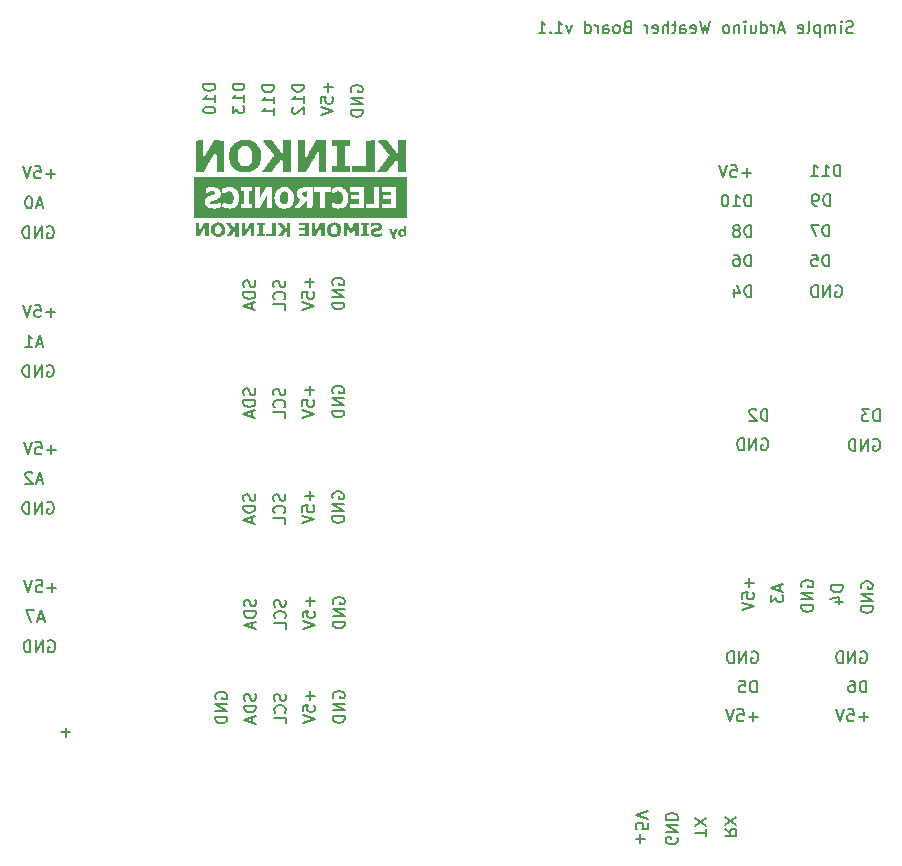
<source format=gbr>
%TF.GenerationSoftware,KiCad,Pcbnew,(6.0.8)*%
%TF.CreationDate,2022-11-21T21:43:47+01:00*%
%TF.ProjectId,WeatherStation_ArduinoNano_Shield,57656174-6865-4725-9374-6174696f6e5f,rev?*%
%TF.SameCoordinates,Original*%
%TF.FileFunction,Legend,Bot*%
%TF.FilePolarity,Positive*%
%FSLAX46Y46*%
G04 Gerber Fmt 4.6, Leading zero omitted, Abs format (unit mm)*
G04 Created by KiCad (PCBNEW (6.0.8)) date 2022-11-21 21:43:47*
%MOMM*%
%LPD*%
G01*
G04 APERTURE LIST*
%ADD10C,0.150000*%
G04 APERTURE END LIST*
D10*
X70023580Y-25058114D02*
X69023580Y-25058114D01*
X69023580Y-25296209D01*
X69071200Y-25439066D01*
X69166438Y-25534304D01*
X69261676Y-25581923D01*
X69452152Y-25629542D01*
X69595009Y-25629542D01*
X69785485Y-25581923D01*
X69880723Y-25534304D01*
X69975961Y-25439066D01*
X70023580Y-25296209D01*
X70023580Y-25058114D01*
X70023580Y-26581923D02*
X70023580Y-26010495D01*
X70023580Y-26296209D02*
X69023580Y-26296209D01*
X69166438Y-26200971D01*
X69261676Y-26105733D01*
X69309295Y-26010495D01*
X69118819Y-26962876D02*
X69071200Y-27010495D01*
X69023580Y-27105733D01*
X69023580Y-27343828D01*
X69071200Y-27439066D01*
X69118819Y-27486685D01*
X69214057Y-27534304D01*
X69309295Y-27534304D01*
X69452152Y-27486685D01*
X70023580Y-26915257D01*
X70023580Y-27534304D01*
X74049600Y-25662895D02*
X74001980Y-25567657D01*
X74001980Y-25424800D01*
X74049600Y-25281942D01*
X74144838Y-25186704D01*
X74240076Y-25139085D01*
X74430552Y-25091466D01*
X74573409Y-25091466D01*
X74763885Y-25139085D01*
X74859123Y-25186704D01*
X74954361Y-25281942D01*
X75001980Y-25424800D01*
X75001980Y-25520038D01*
X74954361Y-25662895D01*
X74906742Y-25710514D01*
X74573409Y-25710514D01*
X74573409Y-25520038D01*
X75001980Y-26139085D02*
X74001980Y-26139085D01*
X75001980Y-26710514D01*
X74001980Y-26710514D01*
X75001980Y-27186704D02*
X74001980Y-27186704D01*
X74001980Y-27424800D01*
X74049600Y-27567657D01*
X74144838Y-27662895D01*
X74240076Y-27710514D01*
X74430552Y-27758133D01*
X74573409Y-27758133D01*
X74763885Y-27710514D01*
X74859123Y-27662895D01*
X74954361Y-27567657D01*
X75001980Y-27424800D01*
X75001980Y-27186704D01*
X64994380Y-24956514D02*
X63994380Y-24956514D01*
X63994380Y-25194609D01*
X64042000Y-25337466D01*
X64137238Y-25432704D01*
X64232476Y-25480323D01*
X64422952Y-25527942D01*
X64565809Y-25527942D01*
X64756285Y-25480323D01*
X64851523Y-25432704D01*
X64946761Y-25337466D01*
X64994380Y-25194609D01*
X64994380Y-24956514D01*
X64994380Y-26480323D02*
X64994380Y-25908895D01*
X64994380Y-26194609D02*
X63994380Y-26194609D01*
X64137238Y-26099371D01*
X64232476Y-26004133D01*
X64280095Y-25908895D01*
X63994380Y-26813657D02*
X63994380Y-27432704D01*
X64375333Y-27099371D01*
X64375333Y-27242228D01*
X64422952Y-27337466D01*
X64470571Y-27385085D01*
X64565809Y-27432704D01*
X64803904Y-27432704D01*
X64899142Y-27385085D01*
X64946761Y-27337466D01*
X64994380Y-27242228D01*
X64994380Y-26956514D01*
X64946761Y-26861276D01*
X64899142Y-26813657D01*
X67483580Y-25108914D02*
X66483580Y-25108914D01*
X66483580Y-25347009D01*
X66531200Y-25489866D01*
X66626438Y-25585104D01*
X66721676Y-25632723D01*
X66912152Y-25680342D01*
X67055009Y-25680342D01*
X67245485Y-25632723D01*
X67340723Y-25585104D01*
X67435961Y-25489866D01*
X67483580Y-25347009D01*
X67483580Y-25108914D01*
X67483580Y-26632723D02*
X67483580Y-26061295D01*
X67483580Y-26347009D02*
X66483580Y-26347009D01*
X66626438Y-26251771D01*
X66721676Y-26156533D01*
X66769295Y-26061295D01*
X67483580Y-27585104D02*
X67483580Y-27013676D01*
X67483580Y-27299390D02*
X66483580Y-27299390D01*
X66626438Y-27204152D01*
X66721676Y-27108914D01*
X66769295Y-27013676D01*
X72081028Y-24885085D02*
X72081028Y-25646990D01*
X72461980Y-25266038D02*
X71700076Y-25266038D01*
X71461980Y-26599371D02*
X71461980Y-26123180D01*
X71938171Y-26075561D01*
X71890552Y-26123180D01*
X71842933Y-26218419D01*
X71842933Y-26456514D01*
X71890552Y-26551752D01*
X71938171Y-26599371D01*
X72033409Y-26646990D01*
X72271504Y-26646990D01*
X72366742Y-26599371D01*
X72414361Y-26551752D01*
X72461980Y-26456514D01*
X72461980Y-26218419D01*
X72414361Y-26123180D01*
X72366742Y-26075561D01*
X71461980Y-26932704D02*
X72461980Y-27266038D01*
X71461980Y-27599371D01*
X62505180Y-25007314D02*
X61505180Y-25007314D01*
X61505180Y-25245409D01*
X61552800Y-25388266D01*
X61648038Y-25483504D01*
X61743276Y-25531123D01*
X61933752Y-25578742D01*
X62076609Y-25578742D01*
X62267085Y-25531123D01*
X62362323Y-25483504D01*
X62457561Y-25388266D01*
X62505180Y-25245409D01*
X62505180Y-25007314D01*
X62505180Y-26531123D02*
X62505180Y-25959695D01*
X62505180Y-26245409D02*
X61505180Y-26245409D01*
X61648038Y-26150171D01*
X61743276Y-26054933D01*
X61790895Y-25959695D01*
X61505180Y-27150171D02*
X61505180Y-27245409D01*
X61552800Y-27340647D01*
X61600419Y-27388266D01*
X61695657Y-27435885D01*
X61886133Y-27483504D01*
X62124228Y-27483504D01*
X62314704Y-27435885D01*
X62409942Y-27388266D01*
X62457561Y-27340647D01*
X62505180Y-27245409D01*
X62505180Y-27150171D01*
X62457561Y-27054933D01*
X62409942Y-27007314D01*
X62314704Y-26959695D01*
X62124228Y-26912076D01*
X61886133Y-26912076D01*
X61695657Y-26959695D01*
X61600419Y-27007314D01*
X61552800Y-27054933D01*
X61505180Y-27150171D01*
X116510323Y-20631961D02*
X116367466Y-20679580D01*
X116129371Y-20679580D01*
X116034133Y-20631961D01*
X115986514Y-20584342D01*
X115938895Y-20489104D01*
X115938895Y-20393866D01*
X115986514Y-20298628D01*
X116034133Y-20251009D01*
X116129371Y-20203390D01*
X116319847Y-20155771D01*
X116415085Y-20108152D01*
X116462704Y-20060533D01*
X116510323Y-19965295D01*
X116510323Y-19870057D01*
X116462704Y-19774819D01*
X116415085Y-19727200D01*
X116319847Y-19679580D01*
X116081752Y-19679580D01*
X115938895Y-19727200D01*
X115510323Y-20679580D02*
X115510323Y-20012914D01*
X115510323Y-19679580D02*
X115557942Y-19727200D01*
X115510323Y-19774819D01*
X115462704Y-19727200D01*
X115510323Y-19679580D01*
X115510323Y-19774819D01*
X115034133Y-20679580D02*
X115034133Y-20012914D01*
X115034133Y-20108152D02*
X114986514Y-20060533D01*
X114891276Y-20012914D01*
X114748419Y-20012914D01*
X114653180Y-20060533D01*
X114605561Y-20155771D01*
X114605561Y-20679580D01*
X114605561Y-20155771D02*
X114557942Y-20060533D01*
X114462704Y-20012914D01*
X114319847Y-20012914D01*
X114224609Y-20060533D01*
X114176990Y-20155771D01*
X114176990Y-20679580D01*
X113700800Y-20012914D02*
X113700800Y-21012914D01*
X113700800Y-20060533D02*
X113605561Y-20012914D01*
X113415085Y-20012914D01*
X113319847Y-20060533D01*
X113272228Y-20108152D01*
X113224609Y-20203390D01*
X113224609Y-20489104D01*
X113272228Y-20584342D01*
X113319847Y-20631961D01*
X113415085Y-20679580D01*
X113605561Y-20679580D01*
X113700800Y-20631961D01*
X112653180Y-20679580D02*
X112748419Y-20631961D01*
X112796038Y-20536723D01*
X112796038Y-19679580D01*
X111891276Y-20631961D02*
X111986514Y-20679580D01*
X112176990Y-20679580D01*
X112272228Y-20631961D01*
X112319847Y-20536723D01*
X112319847Y-20155771D01*
X112272228Y-20060533D01*
X112176990Y-20012914D01*
X111986514Y-20012914D01*
X111891276Y-20060533D01*
X111843657Y-20155771D01*
X111843657Y-20251009D01*
X112319847Y-20346247D01*
X110700800Y-20393866D02*
X110224609Y-20393866D01*
X110796038Y-20679580D02*
X110462704Y-19679580D01*
X110129371Y-20679580D01*
X109796038Y-20679580D02*
X109796038Y-20012914D01*
X109796038Y-20203390D02*
X109748419Y-20108152D01*
X109700800Y-20060533D01*
X109605561Y-20012914D01*
X109510323Y-20012914D01*
X108748419Y-20679580D02*
X108748419Y-19679580D01*
X108748419Y-20631961D02*
X108843657Y-20679580D01*
X109034133Y-20679580D01*
X109129371Y-20631961D01*
X109176990Y-20584342D01*
X109224609Y-20489104D01*
X109224609Y-20203390D01*
X109176990Y-20108152D01*
X109129371Y-20060533D01*
X109034133Y-20012914D01*
X108843657Y-20012914D01*
X108748419Y-20060533D01*
X107843657Y-20012914D02*
X107843657Y-20679580D01*
X108272228Y-20012914D02*
X108272228Y-20536723D01*
X108224609Y-20631961D01*
X108129371Y-20679580D01*
X107986514Y-20679580D01*
X107891276Y-20631961D01*
X107843657Y-20584342D01*
X107367466Y-20679580D02*
X107367466Y-20012914D01*
X107367466Y-19679580D02*
X107415085Y-19727200D01*
X107367466Y-19774819D01*
X107319847Y-19727200D01*
X107367466Y-19679580D01*
X107367466Y-19774819D01*
X106891276Y-20012914D02*
X106891276Y-20679580D01*
X106891276Y-20108152D02*
X106843657Y-20060533D01*
X106748419Y-20012914D01*
X106605561Y-20012914D01*
X106510323Y-20060533D01*
X106462704Y-20155771D01*
X106462704Y-20679580D01*
X105843657Y-20679580D02*
X105938895Y-20631961D01*
X105986514Y-20584342D01*
X106034133Y-20489104D01*
X106034133Y-20203390D01*
X105986514Y-20108152D01*
X105938895Y-20060533D01*
X105843657Y-20012914D01*
X105700800Y-20012914D01*
X105605561Y-20060533D01*
X105557942Y-20108152D01*
X105510323Y-20203390D01*
X105510323Y-20489104D01*
X105557942Y-20584342D01*
X105605561Y-20631961D01*
X105700800Y-20679580D01*
X105843657Y-20679580D01*
X104415085Y-19679580D02*
X104176990Y-20679580D01*
X103986514Y-19965295D01*
X103796038Y-20679580D01*
X103557942Y-19679580D01*
X102796038Y-20631961D02*
X102891276Y-20679580D01*
X103081752Y-20679580D01*
X103176990Y-20631961D01*
X103224609Y-20536723D01*
X103224609Y-20155771D01*
X103176990Y-20060533D01*
X103081752Y-20012914D01*
X102891276Y-20012914D01*
X102796038Y-20060533D01*
X102748419Y-20155771D01*
X102748419Y-20251009D01*
X103224609Y-20346247D01*
X101891276Y-20679580D02*
X101891276Y-20155771D01*
X101938895Y-20060533D01*
X102034133Y-20012914D01*
X102224609Y-20012914D01*
X102319847Y-20060533D01*
X101891276Y-20631961D02*
X101986514Y-20679580D01*
X102224609Y-20679580D01*
X102319847Y-20631961D01*
X102367466Y-20536723D01*
X102367466Y-20441485D01*
X102319847Y-20346247D01*
X102224609Y-20298628D01*
X101986514Y-20298628D01*
X101891276Y-20251009D01*
X101557942Y-20012914D02*
X101176990Y-20012914D01*
X101415085Y-19679580D02*
X101415085Y-20536723D01*
X101367466Y-20631961D01*
X101272228Y-20679580D01*
X101176990Y-20679580D01*
X100843657Y-20679580D02*
X100843657Y-19679580D01*
X100415085Y-20679580D02*
X100415085Y-20155771D01*
X100462704Y-20060533D01*
X100557942Y-20012914D01*
X100700800Y-20012914D01*
X100796038Y-20060533D01*
X100843657Y-20108152D01*
X99557942Y-20631961D02*
X99653180Y-20679580D01*
X99843657Y-20679580D01*
X99938895Y-20631961D01*
X99986514Y-20536723D01*
X99986514Y-20155771D01*
X99938895Y-20060533D01*
X99843657Y-20012914D01*
X99653180Y-20012914D01*
X99557942Y-20060533D01*
X99510323Y-20155771D01*
X99510323Y-20251009D01*
X99986514Y-20346247D01*
X99081752Y-20679580D02*
X99081752Y-20012914D01*
X99081752Y-20203390D02*
X99034133Y-20108152D01*
X98986514Y-20060533D01*
X98891276Y-20012914D01*
X98796038Y-20012914D01*
X97367466Y-20155771D02*
X97224609Y-20203390D01*
X97176990Y-20251009D01*
X97129371Y-20346247D01*
X97129371Y-20489104D01*
X97176990Y-20584342D01*
X97224609Y-20631961D01*
X97319847Y-20679580D01*
X97700800Y-20679580D01*
X97700800Y-19679580D01*
X97367466Y-19679580D01*
X97272228Y-19727200D01*
X97224609Y-19774819D01*
X97176990Y-19870057D01*
X97176990Y-19965295D01*
X97224609Y-20060533D01*
X97272228Y-20108152D01*
X97367466Y-20155771D01*
X97700800Y-20155771D01*
X96557942Y-20679580D02*
X96653180Y-20631961D01*
X96700800Y-20584342D01*
X96748419Y-20489104D01*
X96748419Y-20203390D01*
X96700800Y-20108152D01*
X96653180Y-20060533D01*
X96557942Y-20012914D01*
X96415085Y-20012914D01*
X96319847Y-20060533D01*
X96272228Y-20108152D01*
X96224609Y-20203390D01*
X96224609Y-20489104D01*
X96272228Y-20584342D01*
X96319847Y-20631961D01*
X96415085Y-20679580D01*
X96557942Y-20679580D01*
X95367466Y-20679580D02*
X95367466Y-20155771D01*
X95415085Y-20060533D01*
X95510323Y-20012914D01*
X95700800Y-20012914D01*
X95796038Y-20060533D01*
X95367466Y-20631961D02*
X95462704Y-20679580D01*
X95700800Y-20679580D01*
X95796038Y-20631961D01*
X95843657Y-20536723D01*
X95843657Y-20441485D01*
X95796038Y-20346247D01*
X95700800Y-20298628D01*
X95462704Y-20298628D01*
X95367466Y-20251009D01*
X94891276Y-20679580D02*
X94891276Y-20012914D01*
X94891276Y-20203390D02*
X94843657Y-20108152D01*
X94796038Y-20060533D01*
X94700800Y-20012914D01*
X94605561Y-20012914D01*
X93843657Y-20679580D02*
X93843657Y-19679580D01*
X93843657Y-20631961D02*
X93938895Y-20679580D01*
X94129371Y-20679580D01*
X94224609Y-20631961D01*
X94272228Y-20584342D01*
X94319847Y-20489104D01*
X94319847Y-20203390D01*
X94272228Y-20108152D01*
X94224609Y-20060533D01*
X94129371Y-20012914D01*
X93938895Y-20012914D01*
X93843657Y-20060533D01*
X92700800Y-20012914D02*
X92462704Y-20679580D01*
X92224609Y-20012914D01*
X91319847Y-20679580D02*
X91891276Y-20679580D01*
X91605561Y-20679580D02*
X91605561Y-19679580D01*
X91700800Y-19822438D01*
X91796038Y-19917676D01*
X91891276Y-19965295D01*
X90891276Y-20584342D02*
X90843657Y-20631961D01*
X90891276Y-20679580D01*
X90938895Y-20631961D01*
X90891276Y-20584342D01*
X90891276Y-20679580D01*
X89891276Y-20679580D02*
X90462704Y-20679580D01*
X90176990Y-20679580D02*
X90176990Y-19679580D01*
X90272228Y-19822438D01*
X90367466Y-19917676D01*
X90462704Y-19965295D01*
X49063714Y-67644228D02*
X48301809Y-67644228D01*
X48682761Y-68025180D02*
X48682761Y-67263276D01*
X47349428Y-67025180D02*
X47825619Y-67025180D01*
X47873238Y-67501371D01*
X47825619Y-67453752D01*
X47730380Y-67406133D01*
X47492285Y-67406133D01*
X47397047Y-67453752D01*
X47349428Y-67501371D01*
X47301809Y-67596609D01*
X47301809Y-67834704D01*
X47349428Y-67929942D01*
X47397047Y-67977561D01*
X47492285Y-68025180D01*
X47730380Y-68025180D01*
X47825619Y-67977561D01*
X47873238Y-67929942D01*
X47016095Y-67025180D02*
X46682761Y-68025180D01*
X46349428Y-67025180D01*
X48387504Y-72152800D02*
X48482742Y-72105180D01*
X48625600Y-72105180D01*
X48768457Y-72152800D01*
X48863695Y-72248038D01*
X48911314Y-72343276D01*
X48958933Y-72533752D01*
X48958933Y-72676609D01*
X48911314Y-72867085D01*
X48863695Y-72962323D01*
X48768457Y-73057561D01*
X48625600Y-73105180D01*
X48530361Y-73105180D01*
X48387504Y-73057561D01*
X48339885Y-73009942D01*
X48339885Y-72676609D01*
X48530361Y-72676609D01*
X47911314Y-73105180D02*
X47911314Y-72105180D01*
X47339885Y-73105180D01*
X47339885Y-72105180D01*
X46863695Y-73105180D02*
X46863695Y-72105180D01*
X46625600Y-72105180D01*
X46482742Y-72152800D01*
X46387504Y-72248038D01*
X46339885Y-72343276D01*
X46292266Y-72533752D01*
X46292266Y-72676609D01*
X46339885Y-72867085D01*
X46387504Y-72962323D01*
X46482742Y-73057561D01*
X46625600Y-73105180D01*
X46863695Y-73105180D01*
X47984285Y-70279466D02*
X47508095Y-70279466D01*
X48079523Y-70565180D02*
X47746190Y-69565180D01*
X47412857Y-70565180D01*
X47174761Y-69565180D02*
X46508095Y-69565180D01*
X46936666Y-70565180D01*
X47882685Y-58544666D02*
X47406495Y-58544666D01*
X47977923Y-58830380D02*
X47644590Y-57830380D01*
X47311257Y-58830380D01*
X47025542Y-57925619D02*
X46977923Y-57878000D01*
X46882685Y-57830380D01*
X46644590Y-57830380D01*
X46549352Y-57878000D01*
X46501733Y-57925619D01*
X46454114Y-58020857D01*
X46454114Y-58116095D01*
X46501733Y-58258952D01*
X47073161Y-58830380D01*
X46454114Y-58830380D01*
X49012914Y-55960228D02*
X48251009Y-55960228D01*
X48631961Y-56341180D02*
X48631961Y-55579276D01*
X47298628Y-55341180D02*
X47774819Y-55341180D01*
X47822438Y-55817371D01*
X47774819Y-55769752D01*
X47679580Y-55722133D01*
X47441485Y-55722133D01*
X47346247Y-55769752D01*
X47298628Y-55817371D01*
X47251009Y-55912609D01*
X47251009Y-56150704D01*
X47298628Y-56245942D01*
X47346247Y-56293561D01*
X47441485Y-56341180D01*
X47679580Y-56341180D01*
X47774819Y-56293561D01*
X47822438Y-56245942D01*
X46965295Y-55341180D02*
X46631961Y-56341180D01*
X46298628Y-55341180D01*
X47882685Y-46962266D02*
X47406495Y-46962266D01*
X47977923Y-47247980D02*
X47644590Y-46247980D01*
X47311257Y-47247980D01*
X46454114Y-47247980D02*
X47025542Y-47247980D01*
X46739828Y-47247980D02*
X46739828Y-46247980D01*
X46835066Y-46390838D01*
X46930304Y-46486076D01*
X47025542Y-46533695D01*
X47882685Y-35227466D02*
X47406495Y-35227466D01*
X47977923Y-35513180D02*
X47644590Y-34513180D01*
X47311257Y-35513180D01*
X46787447Y-34513180D02*
X46692209Y-34513180D01*
X46596971Y-34560800D01*
X46549352Y-34608419D01*
X46501733Y-34703657D01*
X46454114Y-34894133D01*
X46454114Y-35132228D01*
X46501733Y-35322704D01*
X46549352Y-35417942D01*
X46596971Y-35465561D01*
X46692209Y-35513180D01*
X46787447Y-35513180D01*
X46882685Y-35465561D01*
X46930304Y-35417942D01*
X46977923Y-35322704D01*
X47025542Y-35132228D01*
X47025542Y-34894133D01*
X46977923Y-34703657D01*
X46930304Y-34608419D01*
X46882685Y-34560800D01*
X46787447Y-34513180D01*
X48285904Y-60418000D02*
X48381142Y-60370380D01*
X48524000Y-60370380D01*
X48666857Y-60418000D01*
X48762095Y-60513238D01*
X48809714Y-60608476D01*
X48857333Y-60798952D01*
X48857333Y-60941809D01*
X48809714Y-61132285D01*
X48762095Y-61227523D01*
X48666857Y-61322761D01*
X48524000Y-61370380D01*
X48428761Y-61370380D01*
X48285904Y-61322761D01*
X48238285Y-61275142D01*
X48238285Y-60941809D01*
X48428761Y-60941809D01*
X47809714Y-61370380D02*
X47809714Y-60370380D01*
X47238285Y-61370380D01*
X47238285Y-60370380D01*
X46762095Y-61370380D02*
X46762095Y-60370380D01*
X46524000Y-60370380D01*
X46381142Y-60418000D01*
X46285904Y-60513238D01*
X46238285Y-60608476D01*
X46190666Y-60798952D01*
X46190666Y-60941809D01*
X46238285Y-61132285D01*
X46285904Y-61227523D01*
X46381142Y-61322761D01*
X46524000Y-61370380D01*
X46762095Y-61370380D01*
X48962114Y-32592228D02*
X48200209Y-32592228D01*
X48581161Y-32973180D02*
X48581161Y-32211276D01*
X47247828Y-31973180D02*
X47724019Y-31973180D01*
X47771638Y-32449371D01*
X47724019Y-32401752D01*
X47628780Y-32354133D01*
X47390685Y-32354133D01*
X47295447Y-32401752D01*
X47247828Y-32449371D01*
X47200209Y-32544609D01*
X47200209Y-32782704D01*
X47247828Y-32877942D01*
X47295447Y-32925561D01*
X47390685Y-32973180D01*
X47628780Y-32973180D01*
X47724019Y-32925561D01*
X47771638Y-32877942D01*
X46914495Y-31973180D02*
X46581161Y-32973180D01*
X46247828Y-31973180D01*
X48962114Y-44327028D02*
X48200209Y-44327028D01*
X48581161Y-44707980D02*
X48581161Y-43946076D01*
X47247828Y-43707980D02*
X47724019Y-43707980D01*
X47771638Y-44184171D01*
X47724019Y-44136552D01*
X47628780Y-44088933D01*
X47390685Y-44088933D01*
X47295447Y-44136552D01*
X47247828Y-44184171D01*
X47200209Y-44279409D01*
X47200209Y-44517504D01*
X47247828Y-44612742D01*
X47295447Y-44660361D01*
X47390685Y-44707980D01*
X47628780Y-44707980D01*
X47724019Y-44660361D01*
X47771638Y-44612742D01*
X46914495Y-43707980D02*
X46581161Y-44707980D01*
X46247828Y-43707980D01*
X48285904Y-48835600D02*
X48381142Y-48787980D01*
X48524000Y-48787980D01*
X48666857Y-48835600D01*
X48762095Y-48930838D01*
X48809714Y-49026076D01*
X48857333Y-49216552D01*
X48857333Y-49359409D01*
X48809714Y-49549885D01*
X48762095Y-49645123D01*
X48666857Y-49740361D01*
X48524000Y-49787980D01*
X48428761Y-49787980D01*
X48285904Y-49740361D01*
X48238285Y-49692742D01*
X48238285Y-49359409D01*
X48428761Y-49359409D01*
X47809714Y-49787980D02*
X47809714Y-48787980D01*
X47238285Y-49787980D01*
X47238285Y-48787980D01*
X46762095Y-49787980D02*
X46762095Y-48787980D01*
X46524000Y-48787980D01*
X46381142Y-48835600D01*
X46285904Y-48930838D01*
X46238285Y-49026076D01*
X46190666Y-49216552D01*
X46190666Y-49359409D01*
X46238285Y-49549885D01*
X46285904Y-49645123D01*
X46381142Y-49740361D01*
X46524000Y-49787980D01*
X46762095Y-49787980D01*
X48285904Y-37100800D02*
X48381142Y-37053180D01*
X48524000Y-37053180D01*
X48666857Y-37100800D01*
X48762095Y-37196038D01*
X48809714Y-37291276D01*
X48857333Y-37481752D01*
X48857333Y-37624609D01*
X48809714Y-37815085D01*
X48762095Y-37910323D01*
X48666857Y-38005561D01*
X48524000Y-38053180D01*
X48428761Y-38053180D01*
X48285904Y-38005561D01*
X48238285Y-37957942D01*
X48238285Y-37624609D01*
X48428761Y-37624609D01*
X47809714Y-38053180D02*
X47809714Y-37053180D01*
X47238285Y-38053180D01*
X47238285Y-37053180D01*
X46762095Y-38053180D02*
X46762095Y-37053180D01*
X46524000Y-37053180D01*
X46381142Y-37100800D01*
X46285904Y-37196038D01*
X46238285Y-37291276D01*
X46190666Y-37481752D01*
X46190666Y-37624609D01*
X46238285Y-37815085D01*
X46285904Y-37910323D01*
X46381142Y-38005561D01*
X46524000Y-38053180D01*
X46762095Y-38053180D01*
X108448914Y-78566228D02*
X107687009Y-78566228D01*
X108067961Y-78947180D02*
X108067961Y-78185276D01*
X106734628Y-77947180D02*
X107210819Y-77947180D01*
X107258438Y-78423371D01*
X107210819Y-78375752D01*
X107115580Y-78328133D01*
X106877485Y-78328133D01*
X106782247Y-78375752D01*
X106734628Y-78423371D01*
X106687009Y-78518609D01*
X106687009Y-78756704D01*
X106734628Y-78851942D01*
X106782247Y-78899561D01*
X106877485Y-78947180D01*
X107115580Y-78947180D01*
X107210819Y-78899561D01*
X107258438Y-78851942D01*
X106401295Y-77947180D02*
X106067961Y-78947180D01*
X105734628Y-77947180D01*
X117796114Y-78566228D02*
X117034209Y-78566228D01*
X117415161Y-78947180D02*
X117415161Y-78185276D01*
X116081828Y-77947180D02*
X116558019Y-77947180D01*
X116605638Y-78423371D01*
X116558019Y-78375752D01*
X116462780Y-78328133D01*
X116224685Y-78328133D01*
X116129447Y-78375752D01*
X116081828Y-78423371D01*
X116034209Y-78518609D01*
X116034209Y-78756704D01*
X116081828Y-78851942D01*
X116129447Y-78899561D01*
X116224685Y-78947180D01*
X116462780Y-78947180D01*
X116558019Y-78899561D01*
X116605638Y-78851942D01*
X115748495Y-77947180D02*
X115415161Y-78947180D01*
X115081828Y-77947180D01*
X107925104Y-73067200D02*
X108020342Y-73019580D01*
X108163200Y-73019580D01*
X108306057Y-73067200D01*
X108401295Y-73162438D01*
X108448914Y-73257676D01*
X108496533Y-73448152D01*
X108496533Y-73591009D01*
X108448914Y-73781485D01*
X108401295Y-73876723D01*
X108306057Y-73971961D01*
X108163200Y-74019580D01*
X108067961Y-74019580D01*
X107925104Y-73971961D01*
X107877485Y-73924342D01*
X107877485Y-73591009D01*
X108067961Y-73591009D01*
X107448914Y-74019580D02*
X107448914Y-73019580D01*
X106877485Y-74019580D01*
X106877485Y-73019580D01*
X106401295Y-74019580D02*
X106401295Y-73019580D01*
X106163200Y-73019580D01*
X106020342Y-73067200D01*
X105925104Y-73162438D01*
X105877485Y-73257676D01*
X105829866Y-73448152D01*
X105829866Y-73591009D01*
X105877485Y-73781485D01*
X105925104Y-73876723D01*
X106020342Y-73971961D01*
X106163200Y-74019580D01*
X106401295Y-74019580D01*
X117170704Y-73067200D02*
X117265942Y-73019580D01*
X117408800Y-73019580D01*
X117551657Y-73067200D01*
X117646895Y-73162438D01*
X117694514Y-73257676D01*
X117742133Y-73448152D01*
X117742133Y-73591009D01*
X117694514Y-73781485D01*
X117646895Y-73876723D01*
X117551657Y-73971961D01*
X117408800Y-74019580D01*
X117313561Y-74019580D01*
X117170704Y-73971961D01*
X117123085Y-73924342D01*
X117123085Y-73591009D01*
X117313561Y-73591009D01*
X116694514Y-74019580D02*
X116694514Y-73019580D01*
X116123085Y-74019580D01*
X116123085Y-73019580D01*
X115646895Y-74019580D02*
X115646895Y-73019580D01*
X115408800Y-73019580D01*
X115265942Y-73067200D01*
X115170704Y-73162438D01*
X115123085Y-73257676D01*
X115075466Y-73448152D01*
X115075466Y-73591009D01*
X115123085Y-73781485D01*
X115170704Y-73876723D01*
X115265942Y-73971961D01*
X115408800Y-74019580D01*
X115646895Y-74019580D01*
X108358495Y-76508780D02*
X108358495Y-75508780D01*
X108120400Y-75508780D01*
X107977542Y-75556400D01*
X107882304Y-75651638D01*
X107834685Y-75746876D01*
X107787066Y-75937352D01*
X107787066Y-76080209D01*
X107834685Y-76270685D01*
X107882304Y-76365923D01*
X107977542Y-76461161D01*
X108120400Y-76508780D01*
X108358495Y-76508780D01*
X106882304Y-75508780D02*
X107358495Y-75508780D01*
X107406114Y-75984971D01*
X107358495Y-75937352D01*
X107263257Y-75889733D01*
X107025161Y-75889733D01*
X106929923Y-75937352D01*
X106882304Y-75984971D01*
X106834685Y-76080209D01*
X106834685Y-76318304D01*
X106882304Y-76413542D01*
X106929923Y-76461161D01*
X107025161Y-76508780D01*
X107263257Y-76508780D01*
X107358495Y-76461161D01*
X107406114Y-76413542D01*
X117654895Y-76508780D02*
X117654895Y-75508780D01*
X117416800Y-75508780D01*
X117273942Y-75556400D01*
X117178704Y-75651638D01*
X117131085Y-75746876D01*
X117083466Y-75937352D01*
X117083466Y-76080209D01*
X117131085Y-76270685D01*
X117178704Y-76365923D01*
X117273942Y-76461161D01*
X117416800Y-76508780D01*
X117654895Y-76508780D01*
X116226323Y-75508780D02*
X116416800Y-75508780D01*
X116512038Y-75556400D01*
X116559657Y-75604019D01*
X116654895Y-75746876D01*
X116702514Y-75937352D01*
X116702514Y-76318304D01*
X116654895Y-76413542D01*
X116607276Y-76461161D01*
X116512038Y-76508780D01*
X116321561Y-76508780D01*
X116226323Y-76461161D01*
X116178704Y-76413542D01*
X116131085Y-76318304D01*
X116131085Y-76080209D01*
X116178704Y-75984971D01*
X116226323Y-75937352D01*
X116321561Y-75889733D01*
X116512038Y-75889733D01*
X116607276Y-75937352D01*
X116654895Y-75984971D01*
X116702514Y-76080209D01*
X118237504Y-55084000D02*
X118332742Y-55036380D01*
X118475600Y-55036380D01*
X118618457Y-55084000D01*
X118713695Y-55179238D01*
X118761314Y-55274476D01*
X118808933Y-55464952D01*
X118808933Y-55607809D01*
X118761314Y-55798285D01*
X118713695Y-55893523D01*
X118618457Y-55988761D01*
X118475600Y-56036380D01*
X118380361Y-56036380D01*
X118237504Y-55988761D01*
X118189885Y-55941142D01*
X118189885Y-55607809D01*
X118380361Y-55607809D01*
X117761314Y-56036380D02*
X117761314Y-55036380D01*
X117189885Y-56036380D01*
X117189885Y-55036380D01*
X116713695Y-56036380D02*
X116713695Y-55036380D01*
X116475600Y-55036380D01*
X116332742Y-55084000D01*
X116237504Y-55179238D01*
X116189885Y-55274476D01*
X116142266Y-55464952D01*
X116142266Y-55607809D01*
X116189885Y-55798285D01*
X116237504Y-55893523D01*
X116332742Y-55988761D01*
X116475600Y-56036380D01*
X116713695Y-56036380D01*
X108788704Y-55033200D02*
X108883942Y-54985580D01*
X109026800Y-54985580D01*
X109169657Y-55033200D01*
X109264895Y-55128438D01*
X109312514Y-55223676D01*
X109360133Y-55414152D01*
X109360133Y-55557009D01*
X109312514Y-55747485D01*
X109264895Y-55842723D01*
X109169657Y-55937961D01*
X109026800Y-55985580D01*
X108931561Y-55985580D01*
X108788704Y-55937961D01*
X108741085Y-55890342D01*
X108741085Y-55557009D01*
X108931561Y-55557009D01*
X108312514Y-55985580D02*
X108312514Y-54985580D01*
X107741085Y-55985580D01*
X107741085Y-54985580D01*
X107264895Y-55985580D02*
X107264895Y-54985580D01*
X107026800Y-54985580D01*
X106883942Y-55033200D01*
X106788704Y-55128438D01*
X106741085Y-55223676D01*
X106693466Y-55414152D01*
X106693466Y-55557009D01*
X106741085Y-55747485D01*
X106788704Y-55842723D01*
X106883942Y-55937961D01*
X107026800Y-55985580D01*
X107264895Y-55985580D01*
X109272895Y-53496380D02*
X109272895Y-52496380D01*
X109034800Y-52496380D01*
X108891942Y-52544000D01*
X108796704Y-52639238D01*
X108749085Y-52734476D01*
X108701466Y-52924952D01*
X108701466Y-53067809D01*
X108749085Y-53258285D01*
X108796704Y-53353523D01*
X108891942Y-53448761D01*
X109034800Y-53496380D01*
X109272895Y-53496380D01*
X108320514Y-52591619D02*
X108272895Y-52544000D01*
X108177657Y-52496380D01*
X107939561Y-52496380D01*
X107844323Y-52544000D01*
X107796704Y-52591619D01*
X107749085Y-52686857D01*
X107749085Y-52782095D01*
X107796704Y-52924952D01*
X108368133Y-53496380D01*
X107749085Y-53496380D01*
X118772495Y-53547180D02*
X118772495Y-52547180D01*
X118534400Y-52547180D01*
X118391542Y-52594800D01*
X118296304Y-52690038D01*
X118248685Y-52785276D01*
X118201066Y-52975752D01*
X118201066Y-53118609D01*
X118248685Y-53309085D01*
X118296304Y-53404323D01*
X118391542Y-53499561D01*
X118534400Y-53547180D01*
X118772495Y-53547180D01*
X117867733Y-52547180D02*
X117248685Y-52547180D01*
X117582019Y-52928133D01*
X117439161Y-52928133D01*
X117343923Y-52975752D01*
X117296304Y-53023371D01*
X117248685Y-53118609D01*
X117248685Y-53356704D01*
X117296304Y-53451942D01*
X117343923Y-53499561D01*
X117439161Y-53547180D01*
X117724876Y-53547180D01*
X117820114Y-53499561D01*
X117867733Y-53451942D01*
X115641980Y-67444304D02*
X114641980Y-67444304D01*
X114641980Y-67682400D01*
X114689600Y-67825257D01*
X114784838Y-67920495D01*
X114880076Y-67968114D01*
X115070552Y-68015733D01*
X115213409Y-68015733D01*
X115403885Y-67968114D01*
X115499123Y-67920495D01*
X115594361Y-67825257D01*
X115641980Y-67682400D01*
X115641980Y-67444304D01*
X114975314Y-68872876D02*
X115641980Y-68872876D01*
X114594361Y-68634780D02*
X115308647Y-68396685D01*
X115308647Y-69015733D01*
X110327066Y-67417314D02*
X110327066Y-67893504D01*
X110612780Y-67322076D02*
X109612780Y-67655409D01*
X110612780Y-67988742D01*
X109612780Y-68226838D02*
X109612780Y-68845885D01*
X109993733Y-68512552D01*
X109993733Y-68655409D01*
X110041352Y-68750647D01*
X110088971Y-68798266D01*
X110184209Y-68845885D01*
X110422304Y-68845885D01*
X110517542Y-68798266D01*
X110565161Y-68750647D01*
X110612780Y-68655409D01*
X110612780Y-68369695D01*
X110565161Y-68274457D01*
X110517542Y-68226838D01*
X117229600Y-67674495D02*
X117181980Y-67579257D01*
X117181980Y-67436400D01*
X117229600Y-67293542D01*
X117324838Y-67198304D01*
X117420076Y-67150685D01*
X117610552Y-67103066D01*
X117753409Y-67103066D01*
X117943885Y-67150685D01*
X118039123Y-67198304D01*
X118134361Y-67293542D01*
X118181980Y-67436400D01*
X118181980Y-67531638D01*
X118134361Y-67674495D01*
X118086742Y-67722114D01*
X117753409Y-67722114D01*
X117753409Y-67531638D01*
X118181980Y-68150685D02*
X117181980Y-68150685D01*
X118181980Y-68722114D01*
X117181980Y-68722114D01*
X118181980Y-69198304D02*
X117181980Y-69198304D01*
X117181980Y-69436400D01*
X117229600Y-69579257D01*
X117324838Y-69674495D01*
X117420076Y-69722114D01*
X117610552Y-69769733D01*
X117753409Y-69769733D01*
X117943885Y-69722114D01*
X118039123Y-69674495D01*
X118134361Y-69579257D01*
X118181980Y-69436400D01*
X118181980Y-69198304D01*
X112200400Y-67572895D02*
X112152780Y-67477657D01*
X112152780Y-67334800D01*
X112200400Y-67191942D01*
X112295638Y-67096704D01*
X112390876Y-67049085D01*
X112581352Y-67001466D01*
X112724209Y-67001466D01*
X112914685Y-67049085D01*
X113009923Y-67096704D01*
X113105161Y-67191942D01*
X113152780Y-67334800D01*
X113152780Y-67430038D01*
X113105161Y-67572895D01*
X113057542Y-67620514D01*
X112724209Y-67620514D01*
X112724209Y-67430038D01*
X113152780Y-68049085D02*
X112152780Y-68049085D01*
X113152780Y-68620514D01*
X112152780Y-68620514D01*
X113152780Y-69096704D02*
X112152780Y-69096704D01*
X112152780Y-69334800D01*
X112200400Y-69477657D01*
X112295638Y-69572895D01*
X112390876Y-69620514D01*
X112581352Y-69668133D01*
X112724209Y-69668133D01*
X112914685Y-69620514D01*
X113009923Y-69572895D01*
X113105161Y-69477657D01*
X113152780Y-69334800D01*
X113152780Y-69096704D01*
X107742628Y-66845885D02*
X107742628Y-67607790D01*
X108123580Y-67226838D02*
X107361676Y-67226838D01*
X107123580Y-68560171D02*
X107123580Y-68083980D01*
X107599771Y-68036361D01*
X107552152Y-68083980D01*
X107504533Y-68179219D01*
X107504533Y-68417314D01*
X107552152Y-68512552D01*
X107599771Y-68560171D01*
X107695009Y-68607790D01*
X107933104Y-68607790D01*
X108028342Y-68560171D01*
X108075961Y-68512552D01*
X108123580Y-68417314D01*
X108123580Y-68179219D01*
X108075961Y-68083980D01*
X108028342Y-68036361D01*
X107123580Y-68893504D02*
X108123580Y-69226838D01*
X107123580Y-69560171D01*
X107901295Y-43031580D02*
X107901295Y-42031580D01*
X107663200Y-42031580D01*
X107520342Y-42079200D01*
X107425104Y-42174438D01*
X107377485Y-42269676D01*
X107329866Y-42460152D01*
X107329866Y-42603009D01*
X107377485Y-42793485D01*
X107425104Y-42888723D01*
X107520342Y-42983961D01*
X107663200Y-43031580D01*
X107901295Y-43031580D01*
X106472723Y-42364914D02*
X106472723Y-43031580D01*
X106710819Y-41983961D02*
X106948914Y-42698247D01*
X106329866Y-42698247D01*
X107901295Y-40440780D02*
X107901295Y-39440780D01*
X107663200Y-39440780D01*
X107520342Y-39488400D01*
X107425104Y-39583638D01*
X107377485Y-39678876D01*
X107329866Y-39869352D01*
X107329866Y-40012209D01*
X107377485Y-40202685D01*
X107425104Y-40297923D01*
X107520342Y-40393161D01*
X107663200Y-40440780D01*
X107901295Y-40440780D01*
X106472723Y-39440780D02*
X106663200Y-39440780D01*
X106758438Y-39488400D01*
X106806057Y-39536019D01*
X106901295Y-39678876D01*
X106948914Y-39869352D01*
X106948914Y-40250304D01*
X106901295Y-40345542D01*
X106853676Y-40393161D01*
X106758438Y-40440780D01*
X106567961Y-40440780D01*
X106472723Y-40393161D01*
X106425104Y-40345542D01*
X106377485Y-40250304D01*
X106377485Y-40012209D01*
X106425104Y-39916971D01*
X106472723Y-39869352D01*
X106567961Y-39821733D01*
X106758438Y-39821733D01*
X106853676Y-39869352D01*
X106901295Y-39916971D01*
X106948914Y-40012209D01*
X107901295Y-37951580D02*
X107901295Y-36951580D01*
X107663200Y-36951580D01*
X107520342Y-36999200D01*
X107425104Y-37094438D01*
X107377485Y-37189676D01*
X107329866Y-37380152D01*
X107329866Y-37523009D01*
X107377485Y-37713485D01*
X107425104Y-37808723D01*
X107520342Y-37903961D01*
X107663200Y-37951580D01*
X107901295Y-37951580D01*
X106758438Y-37380152D02*
X106853676Y-37332533D01*
X106901295Y-37284914D01*
X106948914Y-37189676D01*
X106948914Y-37142057D01*
X106901295Y-37046819D01*
X106853676Y-36999200D01*
X106758438Y-36951580D01*
X106567961Y-36951580D01*
X106472723Y-36999200D01*
X106425104Y-37046819D01*
X106377485Y-37142057D01*
X106377485Y-37189676D01*
X106425104Y-37284914D01*
X106472723Y-37332533D01*
X106567961Y-37380152D01*
X106758438Y-37380152D01*
X106853676Y-37427771D01*
X106901295Y-37475390D01*
X106948914Y-37570628D01*
X106948914Y-37761104D01*
X106901295Y-37856342D01*
X106853676Y-37903961D01*
X106758438Y-37951580D01*
X106567961Y-37951580D01*
X106472723Y-37903961D01*
X106425104Y-37856342D01*
X106377485Y-37761104D01*
X106377485Y-37570628D01*
X106425104Y-37475390D01*
X106472723Y-37427771D01*
X106567961Y-37380152D01*
X107869485Y-35360780D02*
X107869485Y-34360780D01*
X107631390Y-34360780D01*
X107488533Y-34408400D01*
X107393295Y-34503638D01*
X107345676Y-34598876D01*
X107298057Y-34789352D01*
X107298057Y-34932209D01*
X107345676Y-35122685D01*
X107393295Y-35217923D01*
X107488533Y-35313161D01*
X107631390Y-35360780D01*
X107869485Y-35360780D01*
X106345676Y-35360780D02*
X106917104Y-35360780D01*
X106631390Y-35360780D02*
X106631390Y-34360780D01*
X106726628Y-34503638D01*
X106821866Y-34598876D01*
X106917104Y-34646495D01*
X105726628Y-34360780D02*
X105631390Y-34360780D01*
X105536152Y-34408400D01*
X105488533Y-34456019D01*
X105440914Y-34551257D01*
X105393295Y-34741733D01*
X105393295Y-34979828D01*
X105440914Y-35170304D01*
X105488533Y-35265542D01*
X105536152Y-35313161D01*
X105631390Y-35360780D01*
X105726628Y-35360780D01*
X105821866Y-35313161D01*
X105869485Y-35265542D01*
X105917104Y-35170304D01*
X105964723Y-34979828D01*
X105964723Y-34741733D01*
X105917104Y-34551257D01*
X105869485Y-34456019D01*
X105821866Y-34408400D01*
X105726628Y-34360780D01*
X107890114Y-32490628D02*
X107128209Y-32490628D01*
X107509161Y-32871580D02*
X107509161Y-32109676D01*
X106175828Y-31871580D02*
X106652019Y-31871580D01*
X106699638Y-32347771D01*
X106652019Y-32300152D01*
X106556780Y-32252533D01*
X106318685Y-32252533D01*
X106223447Y-32300152D01*
X106175828Y-32347771D01*
X106128209Y-32443009D01*
X106128209Y-32681104D01*
X106175828Y-32776342D01*
X106223447Y-32823961D01*
X106318685Y-32871580D01*
X106556780Y-32871580D01*
X106652019Y-32823961D01*
X106699638Y-32776342D01*
X105842495Y-31871580D02*
X105509161Y-32871580D01*
X105175828Y-31871580D01*
X115037104Y-42079200D02*
X115132342Y-42031580D01*
X115275200Y-42031580D01*
X115418057Y-42079200D01*
X115513295Y-42174438D01*
X115560914Y-42269676D01*
X115608533Y-42460152D01*
X115608533Y-42603009D01*
X115560914Y-42793485D01*
X115513295Y-42888723D01*
X115418057Y-42983961D01*
X115275200Y-43031580D01*
X115179961Y-43031580D01*
X115037104Y-42983961D01*
X114989485Y-42936342D01*
X114989485Y-42603009D01*
X115179961Y-42603009D01*
X114560914Y-43031580D02*
X114560914Y-42031580D01*
X113989485Y-43031580D01*
X113989485Y-42031580D01*
X113513295Y-43031580D02*
X113513295Y-42031580D01*
X113275200Y-42031580D01*
X113132342Y-42079200D01*
X113037104Y-42174438D01*
X112989485Y-42269676D01*
X112941866Y-42460152D01*
X112941866Y-42603009D01*
X112989485Y-42793485D01*
X113037104Y-42888723D01*
X113132342Y-42983961D01*
X113275200Y-43031580D01*
X113513295Y-43031580D01*
X114505295Y-40440780D02*
X114505295Y-39440780D01*
X114267200Y-39440780D01*
X114124342Y-39488400D01*
X114029104Y-39583638D01*
X113981485Y-39678876D01*
X113933866Y-39869352D01*
X113933866Y-40012209D01*
X113981485Y-40202685D01*
X114029104Y-40297923D01*
X114124342Y-40393161D01*
X114267200Y-40440780D01*
X114505295Y-40440780D01*
X113029104Y-39440780D02*
X113505295Y-39440780D01*
X113552914Y-39916971D01*
X113505295Y-39869352D01*
X113410057Y-39821733D01*
X113171961Y-39821733D01*
X113076723Y-39869352D01*
X113029104Y-39916971D01*
X112981485Y-40012209D01*
X112981485Y-40250304D01*
X113029104Y-40345542D01*
X113076723Y-40393161D01*
X113171961Y-40440780D01*
X113410057Y-40440780D01*
X113505295Y-40393161D01*
X113552914Y-40345542D01*
X114505295Y-37900780D02*
X114505295Y-36900780D01*
X114267200Y-36900780D01*
X114124342Y-36948400D01*
X114029104Y-37043638D01*
X113981485Y-37138876D01*
X113933866Y-37329352D01*
X113933866Y-37472209D01*
X113981485Y-37662685D01*
X114029104Y-37757923D01*
X114124342Y-37853161D01*
X114267200Y-37900780D01*
X114505295Y-37900780D01*
X113600533Y-36900780D02*
X112933866Y-36900780D01*
X113362438Y-37900780D01*
X114556095Y-35309980D02*
X114556095Y-34309980D01*
X114318000Y-34309980D01*
X114175142Y-34357600D01*
X114079904Y-34452838D01*
X114032285Y-34548076D01*
X113984666Y-34738552D01*
X113984666Y-34881409D01*
X114032285Y-35071885D01*
X114079904Y-35167123D01*
X114175142Y-35262361D01*
X114318000Y-35309980D01*
X114556095Y-35309980D01*
X113508476Y-35309980D02*
X113318000Y-35309980D01*
X113222761Y-35262361D01*
X113175142Y-35214742D01*
X113079904Y-35071885D01*
X113032285Y-34881409D01*
X113032285Y-34500457D01*
X113079904Y-34405219D01*
X113127523Y-34357600D01*
X113222761Y-34309980D01*
X113413238Y-34309980D01*
X113508476Y-34357600D01*
X113556095Y-34405219D01*
X113603714Y-34500457D01*
X113603714Y-34738552D01*
X113556095Y-34833790D01*
X113508476Y-34881409D01*
X113413238Y-34929028D01*
X113222761Y-34929028D01*
X113127523Y-34881409D01*
X113079904Y-34833790D01*
X113032285Y-34738552D01*
X115438685Y-32820780D02*
X115438685Y-31820780D01*
X115200590Y-31820780D01*
X115057733Y-31868400D01*
X114962495Y-31963638D01*
X114914876Y-32058876D01*
X114867257Y-32249352D01*
X114867257Y-32392209D01*
X114914876Y-32582685D01*
X114962495Y-32677923D01*
X115057733Y-32773161D01*
X115200590Y-32820780D01*
X115438685Y-32820780D01*
X113914876Y-32820780D02*
X114486304Y-32820780D01*
X114200590Y-32820780D02*
X114200590Y-31820780D01*
X114295828Y-31963638D01*
X114391066Y-32058876D01*
X114486304Y-32106495D01*
X112962495Y-32820780D02*
X113533923Y-32820780D01*
X113248209Y-32820780D02*
X113248209Y-31820780D01*
X113343447Y-31963638D01*
X113438685Y-32058876D01*
X113533923Y-32106495D01*
X50241752Y-79887028D02*
X49479847Y-79887028D01*
X49860800Y-80267980D02*
X49860800Y-79506076D01*
X104104019Y-88654704D02*
X104104019Y-88083276D01*
X103104019Y-88368990D02*
X104104019Y-88368990D01*
X104104019Y-87845180D02*
X103104019Y-87178514D01*
X104104019Y-87178514D02*
X103104019Y-87845180D01*
X105644019Y-88059466D02*
X106120209Y-88392800D01*
X105644019Y-88630895D02*
X106644019Y-88630895D01*
X106644019Y-88249942D01*
X106596400Y-88154704D01*
X106548780Y-88107085D01*
X106453542Y-88059466D01*
X106310685Y-88059466D01*
X106215447Y-88107085D01*
X106167828Y-88154704D01*
X106120209Y-88249942D01*
X106120209Y-88630895D01*
X106644019Y-87726133D02*
X105644019Y-87059466D01*
X106644019Y-87059466D02*
X105644019Y-87726133D01*
X101618000Y-88807104D02*
X101665619Y-88902342D01*
X101665619Y-89045200D01*
X101618000Y-89188057D01*
X101522761Y-89283295D01*
X101427523Y-89330914D01*
X101237047Y-89378533D01*
X101094190Y-89378533D01*
X100903714Y-89330914D01*
X100808476Y-89283295D01*
X100713238Y-89188057D01*
X100665619Y-89045200D01*
X100665619Y-88949961D01*
X100713238Y-88807104D01*
X100760857Y-88759485D01*
X101094190Y-88759485D01*
X101094190Y-88949961D01*
X100665619Y-88330914D02*
X101665619Y-88330914D01*
X100665619Y-87759485D01*
X101665619Y-87759485D01*
X100665619Y-87283295D02*
X101665619Y-87283295D01*
X101665619Y-87045200D01*
X101618000Y-86902342D01*
X101522761Y-86807104D01*
X101427523Y-86759485D01*
X101237047Y-86711866D01*
X101094190Y-86711866D01*
X100903714Y-86759485D01*
X100808476Y-86807104D01*
X100713238Y-86902342D01*
X100665619Y-87045200D01*
X100665619Y-87283295D01*
X98506571Y-89280114D02*
X98506571Y-88518209D01*
X98125619Y-88899161D02*
X98887523Y-88899161D01*
X99125619Y-87565828D02*
X99125619Y-88042019D01*
X98649428Y-88089638D01*
X98697047Y-88042019D01*
X98744666Y-87946780D01*
X98744666Y-87708685D01*
X98697047Y-87613447D01*
X98649428Y-87565828D01*
X98554190Y-87518209D01*
X98316095Y-87518209D01*
X98220857Y-87565828D01*
X98173238Y-87613447D01*
X98125619Y-87708685D01*
X98125619Y-87946780D01*
X98173238Y-88042019D01*
X98220857Y-88089638D01*
X99125619Y-87232495D02*
X98125619Y-86899161D01*
X99125619Y-86565828D01*
X68401161Y-41642723D02*
X68448780Y-41785580D01*
X68448780Y-42023676D01*
X68401161Y-42118914D01*
X68353542Y-42166533D01*
X68258304Y-42214152D01*
X68163066Y-42214152D01*
X68067828Y-42166533D01*
X68020209Y-42118914D01*
X67972590Y-42023676D01*
X67924971Y-41833200D01*
X67877352Y-41737961D01*
X67829733Y-41690342D01*
X67734495Y-41642723D01*
X67639257Y-41642723D01*
X67544019Y-41690342D01*
X67496400Y-41737961D01*
X67448780Y-41833200D01*
X67448780Y-42071295D01*
X67496400Y-42214152D01*
X68353542Y-43214152D02*
X68401161Y-43166533D01*
X68448780Y-43023676D01*
X68448780Y-42928438D01*
X68401161Y-42785580D01*
X68305923Y-42690342D01*
X68210685Y-42642723D01*
X68020209Y-42595104D01*
X67877352Y-42595104D01*
X67686876Y-42642723D01*
X67591638Y-42690342D01*
X67496400Y-42785580D01*
X67448780Y-42928438D01*
X67448780Y-43023676D01*
X67496400Y-43166533D01*
X67544019Y-43214152D01*
X68448780Y-44118914D02*
X68448780Y-43642723D01*
X67448780Y-43642723D01*
X65861161Y-41618914D02*
X65908780Y-41761771D01*
X65908780Y-41999866D01*
X65861161Y-42095104D01*
X65813542Y-42142723D01*
X65718304Y-42190342D01*
X65623066Y-42190342D01*
X65527828Y-42142723D01*
X65480209Y-42095104D01*
X65432590Y-41999866D01*
X65384971Y-41809390D01*
X65337352Y-41714152D01*
X65289733Y-41666533D01*
X65194495Y-41618914D01*
X65099257Y-41618914D01*
X65004019Y-41666533D01*
X64956400Y-41714152D01*
X64908780Y-41809390D01*
X64908780Y-42047485D01*
X64956400Y-42190342D01*
X65908780Y-42618914D02*
X64908780Y-42618914D01*
X64908780Y-42857009D01*
X64956400Y-42999866D01*
X65051638Y-43095104D01*
X65146876Y-43142723D01*
X65337352Y-43190342D01*
X65480209Y-43190342D01*
X65670685Y-43142723D01*
X65765923Y-43095104D01*
X65861161Y-42999866D01*
X65908780Y-42857009D01*
X65908780Y-42618914D01*
X65623066Y-43571295D02*
X65623066Y-44047485D01*
X65908780Y-43476057D02*
X64908780Y-43809390D01*
X65908780Y-44142723D01*
X70506228Y-41395085D02*
X70506228Y-42156990D01*
X70887180Y-41776038D02*
X70125276Y-41776038D01*
X69887180Y-43109371D02*
X69887180Y-42633180D01*
X70363371Y-42585561D01*
X70315752Y-42633180D01*
X70268133Y-42728419D01*
X70268133Y-42966514D01*
X70315752Y-43061752D01*
X70363371Y-43109371D01*
X70458609Y-43156990D01*
X70696704Y-43156990D01*
X70791942Y-43109371D01*
X70839561Y-43061752D01*
X70887180Y-42966514D01*
X70887180Y-42728419D01*
X70839561Y-42633180D01*
X70791942Y-42585561D01*
X69887180Y-43442704D02*
X70887180Y-43776038D01*
X69887180Y-44109371D01*
X72474800Y-41969695D02*
X72427180Y-41874457D01*
X72427180Y-41731600D01*
X72474800Y-41588742D01*
X72570038Y-41493504D01*
X72665276Y-41445885D01*
X72855752Y-41398266D01*
X72998609Y-41398266D01*
X73189085Y-41445885D01*
X73284323Y-41493504D01*
X73379561Y-41588742D01*
X73427180Y-41731600D01*
X73427180Y-41826838D01*
X73379561Y-41969695D01*
X73331942Y-42017314D01*
X72998609Y-42017314D01*
X72998609Y-41826838D01*
X73427180Y-42445885D02*
X72427180Y-42445885D01*
X73427180Y-43017314D01*
X72427180Y-43017314D01*
X73427180Y-43493504D02*
X72427180Y-43493504D01*
X72427180Y-43731600D01*
X72474800Y-43874457D01*
X72570038Y-43969695D01*
X72665276Y-44017314D01*
X72855752Y-44064933D01*
X72998609Y-44064933D01*
X73189085Y-44017314D01*
X73284323Y-43969695D01*
X73379561Y-43874457D01*
X73427180Y-43731600D01*
X73427180Y-43493504D01*
X68401161Y-50786723D02*
X68448780Y-50929580D01*
X68448780Y-51167676D01*
X68401161Y-51262914D01*
X68353542Y-51310533D01*
X68258304Y-51358152D01*
X68163066Y-51358152D01*
X68067828Y-51310533D01*
X68020209Y-51262914D01*
X67972590Y-51167676D01*
X67924971Y-50977200D01*
X67877352Y-50881961D01*
X67829733Y-50834342D01*
X67734495Y-50786723D01*
X67639257Y-50786723D01*
X67544019Y-50834342D01*
X67496400Y-50881961D01*
X67448780Y-50977200D01*
X67448780Y-51215295D01*
X67496400Y-51358152D01*
X68353542Y-52358152D02*
X68401161Y-52310533D01*
X68448780Y-52167676D01*
X68448780Y-52072438D01*
X68401161Y-51929580D01*
X68305923Y-51834342D01*
X68210685Y-51786723D01*
X68020209Y-51739104D01*
X67877352Y-51739104D01*
X67686876Y-51786723D01*
X67591638Y-51834342D01*
X67496400Y-51929580D01*
X67448780Y-52072438D01*
X67448780Y-52167676D01*
X67496400Y-52310533D01*
X67544019Y-52358152D01*
X68448780Y-53262914D02*
X68448780Y-52786723D01*
X67448780Y-52786723D01*
X65861161Y-50762914D02*
X65908780Y-50905771D01*
X65908780Y-51143866D01*
X65861161Y-51239104D01*
X65813542Y-51286723D01*
X65718304Y-51334342D01*
X65623066Y-51334342D01*
X65527828Y-51286723D01*
X65480209Y-51239104D01*
X65432590Y-51143866D01*
X65384971Y-50953390D01*
X65337352Y-50858152D01*
X65289733Y-50810533D01*
X65194495Y-50762914D01*
X65099257Y-50762914D01*
X65004019Y-50810533D01*
X64956400Y-50858152D01*
X64908780Y-50953390D01*
X64908780Y-51191485D01*
X64956400Y-51334342D01*
X65908780Y-51762914D02*
X64908780Y-51762914D01*
X64908780Y-52001009D01*
X64956400Y-52143866D01*
X65051638Y-52239104D01*
X65146876Y-52286723D01*
X65337352Y-52334342D01*
X65480209Y-52334342D01*
X65670685Y-52286723D01*
X65765923Y-52239104D01*
X65861161Y-52143866D01*
X65908780Y-52001009D01*
X65908780Y-51762914D01*
X65623066Y-52715295D02*
X65623066Y-53191485D01*
X65908780Y-52620057D02*
X64908780Y-52953390D01*
X65908780Y-53286723D01*
X70506228Y-50539085D02*
X70506228Y-51300990D01*
X70887180Y-50920038D02*
X70125276Y-50920038D01*
X69887180Y-52253371D02*
X69887180Y-51777180D01*
X70363371Y-51729561D01*
X70315752Y-51777180D01*
X70268133Y-51872419D01*
X70268133Y-52110514D01*
X70315752Y-52205752D01*
X70363371Y-52253371D01*
X70458609Y-52300990D01*
X70696704Y-52300990D01*
X70791942Y-52253371D01*
X70839561Y-52205752D01*
X70887180Y-52110514D01*
X70887180Y-51872419D01*
X70839561Y-51777180D01*
X70791942Y-51729561D01*
X69887180Y-52586704D02*
X70887180Y-52920038D01*
X69887180Y-53253371D01*
X72474800Y-51113695D02*
X72427180Y-51018457D01*
X72427180Y-50875600D01*
X72474800Y-50732742D01*
X72570038Y-50637504D01*
X72665276Y-50589885D01*
X72855752Y-50542266D01*
X72998609Y-50542266D01*
X73189085Y-50589885D01*
X73284323Y-50637504D01*
X73379561Y-50732742D01*
X73427180Y-50875600D01*
X73427180Y-50970838D01*
X73379561Y-51113695D01*
X73331942Y-51161314D01*
X72998609Y-51161314D01*
X72998609Y-50970838D01*
X73427180Y-51589885D02*
X72427180Y-51589885D01*
X73427180Y-52161314D01*
X72427180Y-52161314D01*
X73427180Y-52637504D02*
X72427180Y-52637504D01*
X72427180Y-52875600D01*
X72474800Y-53018457D01*
X72570038Y-53113695D01*
X72665276Y-53161314D01*
X72855752Y-53208933D01*
X72998609Y-53208933D01*
X73189085Y-53161314D01*
X73284323Y-53113695D01*
X73379561Y-53018457D01*
X73427180Y-52875600D01*
X73427180Y-52637504D01*
X68401161Y-59727523D02*
X68448780Y-59870380D01*
X68448780Y-60108476D01*
X68401161Y-60203714D01*
X68353542Y-60251333D01*
X68258304Y-60298952D01*
X68163066Y-60298952D01*
X68067828Y-60251333D01*
X68020209Y-60203714D01*
X67972590Y-60108476D01*
X67924971Y-59918000D01*
X67877352Y-59822761D01*
X67829733Y-59775142D01*
X67734495Y-59727523D01*
X67639257Y-59727523D01*
X67544019Y-59775142D01*
X67496400Y-59822761D01*
X67448780Y-59918000D01*
X67448780Y-60156095D01*
X67496400Y-60298952D01*
X68353542Y-61298952D02*
X68401161Y-61251333D01*
X68448780Y-61108476D01*
X68448780Y-61013238D01*
X68401161Y-60870380D01*
X68305923Y-60775142D01*
X68210685Y-60727523D01*
X68020209Y-60679904D01*
X67877352Y-60679904D01*
X67686876Y-60727523D01*
X67591638Y-60775142D01*
X67496400Y-60870380D01*
X67448780Y-61013238D01*
X67448780Y-61108476D01*
X67496400Y-61251333D01*
X67544019Y-61298952D01*
X68448780Y-62203714D02*
X68448780Y-61727523D01*
X67448780Y-61727523D01*
X65861161Y-59703714D02*
X65908780Y-59846571D01*
X65908780Y-60084666D01*
X65861161Y-60179904D01*
X65813542Y-60227523D01*
X65718304Y-60275142D01*
X65623066Y-60275142D01*
X65527828Y-60227523D01*
X65480209Y-60179904D01*
X65432590Y-60084666D01*
X65384971Y-59894190D01*
X65337352Y-59798952D01*
X65289733Y-59751333D01*
X65194495Y-59703714D01*
X65099257Y-59703714D01*
X65004019Y-59751333D01*
X64956400Y-59798952D01*
X64908780Y-59894190D01*
X64908780Y-60132285D01*
X64956400Y-60275142D01*
X65908780Y-60703714D02*
X64908780Y-60703714D01*
X64908780Y-60941809D01*
X64956400Y-61084666D01*
X65051638Y-61179904D01*
X65146876Y-61227523D01*
X65337352Y-61275142D01*
X65480209Y-61275142D01*
X65670685Y-61227523D01*
X65765923Y-61179904D01*
X65861161Y-61084666D01*
X65908780Y-60941809D01*
X65908780Y-60703714D01*
X65623066Y-61656095D02*
X65623066Y-62132285D01*
X65908780Y-61560857D02*
X64908780Y-61894190D01*
X65908780Y-62227523D01*
X70506228Y-59479885D02*
X70506228Y-60241790D01*
X70887180Y-59860838D02*
X70125276Y-59860838D01*
X69887180Y-61194171D02*
X69887180Y-60717980D01*
X70363371Y-60670361D01*
X70315752Y-60717980D01*
X70268133Y-60813219D01*
X70268133Y-61051314D01*
X70315752Y-61146552D01*
X70363371Y-61194171D01*
X70458609Y-61241790D01*
X70696704Y-61241790D01*
X70791942Y-61194171D01*
X70839561Y-61146552D01*
X70887180Y-61051314D01*
X70887180Y-60813219D01*
X70839561Y-60717980D01*
X70791942Y-60670361D01*
X69887180Y-61527504D02*
X70887180Y-61860838D01*
X69887180Y-62194171D01*
X72474800Y-60054495D02*
X72427180Y-59959257D01*
X72427180Y-59816400D01*
X72474800Y-59673542D01*
X72570038Y-59578304D01*
X72665276Y-59530685D01*
X72855752Y-59483066D01*
X72998609Y-59483066D01*
X73189085Y-59530685D01*
X73284323Y-59578304D01*
X73379561Y-59673542D01*
X73427180Y-59816400D01*
X73427180Y-59911638D01*
X73379561Y-60054495D01*
X73331942Y-60102114D01*
X72998609Y-60102114D01*
X72998609Y-59911638D01*
X73427180Y-60530685D02*
X72427180Y-60530685D01*
X73427180Y-61102114D01*
X72427180Y-61102114D01*
X73427180Y-61578304D02*
X72427180Y-61578304D01*
X72427180Y-61816400D01*
X72474800Y-61959257D01*
X72570038Y-62054495D01*
X72665276Y-62102114D01*
X72855752Y-62149733D01*
X72998609Y-62149733D01*
X73189085Y-62102114D01*
X73284323Y-62054495D01*
X73379561Y-61959257D01*
X73427180Y-61816400D01*
X73427180Y-61578304D01*
X70557028Y-68420685D02*
X70557028Y-69182590D01*
X70937980Y-68801638D02*
X70176076Y-68801638D01*
X69937980Y-70134971D02*
X69937980Y-69658780D01*
X70414171Y-69611161D01*
X70366552Y-69658780D01*
X70318933Y-69754019D01*
X70318933Y-69992114D01*
X70366552Y-70087352D01*
X70414171Y-70134971D01*
X70509409Y-70182590D01*
X70747504Y-70182590D01*
X70842742Y-70134971D01*
X70890361Y-70087352D01*
X70937980Y-69992114D01*
X70937980Y-69754019D01*
X70890361Y-69658780D01*
X70842742Y-69611161D01*
X69937980Y-70468304D02*
X70937980Y-70801638D01*
X69937980Y-71134971D01*
X65911961Y-68644514D02*
X65959580Y-68787371D01*
X65959580Y-69025466D01*
X65911961Y-69120704D01*
X65864342Y-69168323D01*
X65769104Y-69215942D01*
X65673866Y-69215942D01*
X65578628Y-69168323D01*
X65531009Y-69120704D01*
X65483390Y-69025466D01*
X65435771Y-68834990D01*
X65388152Y-68739752D01*
X65340533Y-68692133D01*
X65245295Y-68644514D01*
X65150057Y-68644514D01*
X65054819Y-68692133D01*
X65007200Y-68739752D01*
X64959580Y-68834990D01*
X64959580Y-69073085D01*
X65007200Y-69215942D01*
X65959580Y-69644514D02*
X64959580Y-69644514D01*
X64959580Y-69882609D01*
X65007200Y-70025466D01*
X65102438Y-70120704D01*
X65197676Y-70168323D01*
X65388152Y-70215942D01*
X65531009Y-70215942D01*
X65721485Y-70168323D01*
X65816723Y-70120704D01*
X65911961Y-70025466D01*
X65959580Y-69882609D01*
X65959580Y-69644514D01*
X65673866Y-70596895D02*
X65673866Y-71073085D01*
X65959580Y-70501657D02*
X64959580Y-70834990D01*
X65959580Y-71168323D01*
X68451961Y-68668323D02*
X68499580Y-68811180D01*
X68499580Y-69049276D01*
X68451961Y-69144514D01*
X68404342Y-69192133D01*
X68309104Y-69239752D01*
X68213866Y-69239752D01*
X68118628Y-69192133D01*
X68071009Y-69144514D01*
X68023390Y-69049276D01*
X67975771Y-68858800D01*
X67928152Y-68763561D01*
X67880533Y-68715942D01*
X67785295Y-68668323D01*
X67690057Y-68668323D01*
X67594819Y-68715942D01*
X67547200Y-68763561D01*
X67499580Y-68858800D01*
X67499580Y-69096895D01*
X67547200Y-69239752D01*
X68404342Y-70239752D02*
X68451961Y-70192133D01*
X68499580Y-70049276D01*
X68499580Y-69954038D01*
X68451961Y-69811180D01*
X68356723Y-69715942D01*
X68261485Y-69668323D01*
X68071009Y-69620704D01*
X67928152Y-69620704D01*
X67737676Y-69668323D01*
X67642438Y-69715942D01*
X67547200Y-69811180D01*
X67499580Y-69954038D01*
X67499580Y-70049276D01*
X67547200Y-70192133D01*
X67594819Y-70239752D01*
X68499580Y-71144514D02*
X68499580Y-70668323D01*
X67499580Y-70668323D01*
X72525600Y-68995295D02*
X72477980Y-68900057D01*
X72477980Y-68757200D01*
X72525600Y-68614342D01*
X72620838Y-68519104D01*
X72716076Y-68471485D01*
X72906552Y-68423866D01*
X73049409Y-68423866D01*
X73239885Y-68471485D01*
X73335123Y-68519104D01*
X73430361Y-68614342D01*
X73477980Y-68757200D01*
X73477980Y-68852438D01*
X73430361Y-68995295D01*
X73382742Y-69042914D01*
X73049409Y-69042914D01*
X73049409Y-68852438D01*
X73477980Y-69471485D02*
X72477980Y-69471485D01*
X73477980Y-70042914D01*
X72477980Y-70042914D01*
X73477980Y-70519104D02*
X72477980Y-70519104D01*
X72477980Y-70757200D01*
X72525600Y-70900057D01*
X72620838Y-70995295D01*
X72716076Y-71042914D01*
X72906552Y-71090533D01*
X73049409Y-71090533D01*
X73239885Y-71042914D01*
X73335123Y-70995295D01*
X73430361Y-70900057D01*
X73477980Y-70757200D01*
X73477980Y-70519104D01*
X72525600Y-76970895D02*
X72477980Y-76875657D01*
X72477980Y-76732800D01*
X72525600Y-76589942D01*
X72620838Y-76494704D01*
X72716076Y-76447085D01*
X72906552Y-76399466D01*
X73049409Y-76399466D01*
X73239885Y-76447085D01*
X73335123Y-76494704D01*
X73430361Y-76589942D01*
X73477980Y-76732800D01*
X73477980Y-76828038D01*
X73430361Y-76970895D01*
X73382742Y-77018514D01*
X73049409Y-77018514D01*
X73049409Y-76828038D01*
X73477980Y-77447085D02*
X72477980Y-77447085D01*
X73477980Y-78018514D01*
X72477980Y-78018514D01*
X73477980Y-78494704D02*
X72477980Y-78494704D01*
X72477980Y-78732800D01*
X72525600Y-78875657D01*
X72620838Y-78970895D01*
X72716076Y-79018514D01*
X72906552Y-79066133D01*
X73049409Y-79066133D01*
X73239885Y-79018514D01*
X73335123Y-78970895D01*
X73430361Y-78875657D01*
X73477980Y-78732800D01*
X73477980Y-78494704D01*
X68451961Y-76643923D02*
X68499580Y-76786780D01*
X68499580Y-77024876D01*
X68451961Y-77120114D01*
X68404342Y-77167733D01*
X68309104Y-77215352D01*
X68213866Y-77215352D01*
X68118628Y-77167733D01*
X68071009Y-77120114D01*
X68023390Y-77024876D01*
X67975771Y-76834400D01*
X67928152Y-76739161D01*
X67880533Y-76691542D01*
X67785295Y-76643923D01*
X67690057Y-76643923D01*
X67594819Y-76691542D01*
X67547200Y-76739161D01*
X67499580Y-76834400D01*
X67499580Y-77072495D01*
X67547200Y-77215352D01*
X68404342Y-78215352D02*
X68451961Y-78167733D01*
X68499580Y-78024876D01*
X68499580Y-77929638D01*
X68451961Y-77786780D01*
X68356723Y-77691542D01*
X68261485Y-77643923D01*
X68071009Y-77596304D01*
X67928152Y-77596304D01*
X67737676Y-77643923D01*
X67642438Y-77691542D01*
X67547200Y-77786780D01*
X67499580Y-77929638D01*
X67499580Y-78024876D01*
X67547200Y-78167733D01*
X67594819Y-78215352D01*
X68499580Y-79120114D02*
X68499580Y-78643923D01*
X67499580Y-78643923D01*
X70557028Y-76396285D02*
X70557028Y-77158190D01*
X70937980Y-76777238D02*
X70176076Y-76777238D01*
X69937980Y-78110571D02*
X69937980Y-77634380D01*
X70414171Y-77586761D01*
X70366552Y-77634380D01*
X70318933Y-77729619D01*
X70318933Y-77967714D01*
X70366552Y-78062952D01*
X70414171Y-78110571D01*
X70509409Y-78158190D01*
X70747504Y-78158190D01*
X70842742Y-78110571D01*
X70890361Y-78062952D01*
X70937980Y-77967714D01*
X70937980Y-77729619D01*
X70890361Y-77634380D01*
X70842742Y-77586761D01*
X69937980Y-78443904D02*
X70937980Y-78777238D01*
X69937980Y-79110571D01*
X62568800Y-77021695D02*
X62521180Y-76926457D01*
X62521180Y-76783600D01*
X62568800Y-76640742D01*
X62664038Y-76545504D01*
X62759276Y-76497885D01*
X62949752Y-76450266D01*
X63092609Y-76450266D01*
X63283085Y-76497885D01*
X63378323Y-76545504D01*
X63473561Y-76640742D01*
X63521180Y-76783600D01*
X63521180Y-76878838D01*
X63473561Y-77021695D01*
X63425942Y-77069314D01*
X63092609Y-77069314D01*
X63092609Y-76878838D01*
X63521180Y-77497885D02*
X62521180Y-77497885D01*
X63521180Y-78069314D01*
X62521180Y-78069314D01*
X63521180Y-78545504D02*
X62521180Y-78545504D01*
X62521180Y-78783600D01*
X62568800Y-78926457D01*
X62664038Y-79021695D01*
X62759276Y-79069314D01*
X62949752Y-79116933D01*
X63092609Y-79116933D01*
X63283085Y-79069314D01*
X63378323Y-79021695D01*
X63473561Y-78926457D01*
X63521180Y-78783600D01*
X63521180Y-78545504D01*
X65911961Y-76620114D02*
X65959580Y-76762971D01*
X65959580Y-77001066D01*
X65911961Y-77096304D01*
X65864342Y-77143923D01*
X65769104Y-77191542D01*
X65673866Y-77191542D01*
X65578628Y-77143923D01*
X65531009Y-77096304D01*
X65483390Y-77001066D01*
X65435771Y-76810590D01*
X65388152Y-76715352D01*
X65340533Y-76667733D01*
X65245295Y-76620114D01*
X65150057Y-76620114D01*
X65054819Y-76667733D01*
X65007200Y-76715352D01*
X64959580Y-76810590D01*
X64959580Y-77048685D01*
X65007200Y-77191542D01*
X65959580Y-77620114D02*
X64959580Y-77620114D01*
X64959580Y-77858209D01*
X65007200Y-78001066D01*
X65102438Y-78096304D01*
X65197676Y-78143923D01*
X65388152Y-78191542D01*
X65531009Y-78191542D01*
X65721485Y-78143923D01*
X65816723Y-78096304D01*
X65911961Y-78001066D01*
X65959580Y-77858209D01*
X65959580Y-77620114D01*
X65673866Y-78572495D02*
X65673866Y-79048685D01*
X65959580Y-78477257D02*
X64959580Y-78810590D01*
X65959580Y-79143923D01*
%TO.C,G\u002A\u002A\u002A*%
G36*
X77934397Y-37274094D02*
G01*
X77952461Y-37278850D01*
X77954483Y-37287578D01*
X77951803Y-37294043D01*
X77939812Y-37323469D01*
X77919992Y-37372347D01*
X77893893Y-37436852D01*
X77863062Y-37513161D01*
X77829047Y-37597450D01*
X77711189Y-37889663D01*
X77756377Y-37999819D01*
X77764863Y-38020502D01*
X77784522Y-38068395D01*
X77799166Y-38104040D01*
X77806120Y-38120919D01*
X77805130Y-38122852D01*
X77786127Y-38127426D01*
X77748021Y-38130572D01*
X77696814Y-38131698D01*
X77582953Y-38131532D01*
X77415578Y-37711454D01*
X77388479Y-37643299D01*
X77350557Y-37547416D01*
X77316872Y-37461642D01*
X77288608Y-37389026D01*
X77266951Y-37332622D01*
X77253088Y-37295480D01*
X77248203Y-37280652D01*
X77248793Y-37279534D01*
X77266208Y-37275332D01*
X77302904Y-37273318D01*
X77352271Y-37273920D01*
X77456338Y-37277910D01*
X77519646Y-37457928D01*
X77527247Y-37479436D01*
X77550044Y-37542624D01*
X77569521Y-37594710D01*
X77583815Y-37630783D01*
X77591059Y-37645934D01*
X77593333Y-37644668D01*
X77604024Y-37625086D01*
X77621074Y-37585918D01*
X77642679Y-37531437D01*
X77667037Y-37465916D01*
X77734908Y-37277910D01*
X77848485Y-37273915D01*
X77896308Y-37272798D01*
X77934397Y-37274094D01*
G37*
G36*
X76167129Y-36732098D02*
G01*
X76238970Y-36733199D01*
X76292164Y-36736110D01*
X76333040Y-36741562D01*
X76367930Y-36750285D01*
X76403166Y-36763012D01*
X76459938Y-36788709D01*
X76547209Y-36845326D01*
X76610003Y-36912900D01*
X76647952Y-36990978D01*
X76660683Y-37079106D01*
X76660581Y-37090957D01*
X76652725Y-37172205D01*
X76630799Y-37240509D01*
X76592598Y-37297809D01*
X76535918Y-37346047D01*
X76458555Y-37387163D01*
X76358304Y-37423099D01*
X76232961Y-37455797D01*
X76168415Y-37471876D01*
X76088528Y-37497702D01*
X76033404Y-37525005D01*
X76001478Y-37554635D01*
X75991184Y-37587446D01*
X75994031Y-37612812D01*
X76016513Y-37656203D01*
X76058522Y-37687815D01*
X76116618Y-37707680D01*
X76187364Y-37715829D01*
X76267321Y-37712292D01*
X76353051Y-37697100D01*
X76441116Y-37670283D01*
X76528078Y-37631874D01*
X76610499Y-37581901D01*
X76641490Y-37565431D01*
X76662278Y-37567799D01*
X76665273Y-37574547D01*
X76669659Y-37604733D01*
X76671873Y-37651863D01*
X76671472Y-37709134D01*
X76667515Y-37837316D01*
X76600818Y-37862046D01*
X76553475Y-37876940D01*
X76491890Y-37892672D01*
X76430028Y-37905619D01*
X76417612Y-37907803D01*
X76277726Y-37923506D01*
X76145310Y-37922396D01*
X76023637Y-37905161D01*
X75915979Y-37872492D01*
X75825610Y-37825077D01*
X75755803Y-37763606D01*
X75713943Y-37701615D01*
X75684204Y-37619982D01*
X75676342Y-37535172D01*
X75690059Y-37452441D01*
X75725062Y-37377045D01*
X75781054Y-37314240D01*
X75790595Y-37306656D01*
X75845779Y-37271705D01*
X75915832Y-37241076D01*
X76004905Y-37213191D01*
X76117149Y-37186472D01*
X76182457Y-37171076D01*
X76254203Y-37148055D01*
X76303205Y-37122398D01*
X76332160Y-37092569D01*
X76343760Y-37057026D01*
X76343794Y-37042029D01*
X76326550Y-37001047D01*
X76284273Y-36967203D01*
X76218259Y-36941687D01*
X76215677Y-36941006D01*
X76141890Y-36932573D01*
X76055036Y-36939228D01*
X75963198Y-36959232D01*
X75874458Y-36990847D01*
X75796901Y-37032333D01*
X75780479Y-37042417D01*
X75749381Y-37056958D01*
X75731103Y-37059002D01*
X75727969Y-37053401D01*
X75722807Y-37025284D01*
X75719246Y-36979767D01*
X75717918Y-36923356D01*
X75717918Y-36795858D01*
X75830640Y-36763836D01*
X75879641Y-36751025D01*
X75929712Y-36741407D01*
X75983711Y-36735574D01*
X76049427Y-36732711D01*
X76134648Y-36732003D01*
X76167129Y-36732098D01*
G37*
G36*
X73177026Y-37481586D02*
G01*
X73154243Y-37563903D01*
X73118061Y-37644371D01*
X73110768Y-37657642D01*
X73044400Y-37747301D01*
X72958270Y-37821430D01*
X72856515Y-37877085D01*
X72743269Y-37911319D01*
X72702247Y-37918064D01*
X72572476Y-37925238D01*
X72446489Y-37911728D01*
X72328868Y-37878688D01*
X72224190Y-37827271D01*
X72137034Y-37758631D01*
X72090820Y-37703879D01*
X72036559Y-37607855D01*
X71999540Y-37498182D01*
X71980444Y-37379886D01*
X71980369Y-37361428D01*
X72303417Y-37361428D01*
X72306328Y-37409074D01*
X72314638Y-37450172D01*
X72329438Y-37494226D01*
X72340561Y-37521130D01*
X72382819Y-37595586D01*
X72433894Y-37653645D01*
X72489321Y-37689843D01*
X72533952Y-37703203D01*
X72610351Y-37706364D01*
X72685484Y-37688527D01*
X72752079Y-37651812D01*
X72802867Y-37598342D01*
X72803103Y-37597985D01*
X72843397Y-37517675D01*
X72867527Y-37427369D01*
X72876197Y-37332052D01*
X72870108Y-37236711D01*
X72849963Y-37146332D01*
X72816464Y-37065900D01*
X72770314Y-37000401D01*
X72712214Y-36954821D01*
X72662528Y-36936644D01*
X72589964Y-36929737D01*
X72515596Y-36940036D01*
X72448043Y-36966129D01*
X72395922Y-37006607D01*
X72375210Y-37032699D01*
X72338887Y-37099907D01*
X72316171Y-37182219D01*
X72305398Y-37284742D01*
X72304815Y-37297731D01*
X72303417Y-37361428D01*
X71980369Y-37361428D01*
X71979951Y-37257994D01*
X71998741Y-37137531D01*
X72037495Y-37023524D01*
X72074437Y-36959519D01*
X72137021Y-36884859D01*
X72212106Y-36819841D01*
X72291820Y-36772242D01*
X72391427Y-36737527D01*
X72510312Y-36717699D01*
X72633354Y-36716376D01*
X72754106Y-36733109D01*
X72866125Y-36767450D01*
X72962967Y-36818950D01*
X72978223Y-36829775D01*
X73041749Y-36885148D01*
X73093535Y-36951761D01*
X73140086Y-37037641D01*
X73149576Y-37058442D01*
X73166251Y-37101618D01*
X73176894Y-37144869D01*
X73183380Y-37197279D01*
X73187580Y-37267929D01*
X73188098Y-37280521D01*
X73187974Y-37332052D01*
X73187835Y-37389699D01*
X73177026Y-37481586D01*
G37*
G36*
X63325341Y-37589031D02*
G01*
X63294401Y-37654047D01*
X63229817Y-37740714D01*
X63146221Y-37814004D01*
X63047949Y-37870352D01*
X62939339Y-37906195D01*
X62895193Y-37914336D01*
X62776805Y-37923769D01*
X62658109Y-37917180D01*
X62547088Y-37895341D01*
X62451726Y-37859024D01*
X62373981Y-37809064D01*
X62292629Y-37729640D01*
X62228058Y-37633633D01*
X62184224Y-37525970D01*
X62173637Y-37479744D01*
X62162861Y-37383859D01*
X62162396Y-37305237D01*
X62487628Y-37305237D01*
X62491967Y-37385507D01*
X62512061Y-37488003D01*
X62547517Y-37573126D01*
X62597247Y-37638501D01*
X62660161Y-37681749D01*
X62727127Y-37702242D01*
X62808712Y-37703755D01*
X62886474Y-37681299D01*
X62954250Y-37635835D01*
X62986343Y-37598411D01*
X63024126Y-37525345D01*
X63048095Y-37438507D01*
X63058205Y-37343859D01*
X63054409Y-37247362D01*
X63036661Y-37154975D01*
X63004915Y-37072660D01*
X62959125Y-37006378D01*
X62926149Y-36976855D01*
X62855756Y-36941303D01*
X62771980Y-36929497D01*
X62691674Y-36940205D01*
X62622344Y-36973911D01*
X62564748Y-37031525D01*
X62517640Y-37113951D01*
X62506822Y-37140702D01*
X62495011Y-37184211D01*
X62489110Y-37235889D01*
X62487628Y-37305237D01*
X62162396Y-37305237D01*
X62162245Y-37279766D01*
X62171623Y-37178380D01*
X62190831Y-37090616D01*
X62196517Y-37073407D01*
X62246300Y-36970236D01*
X62316645Y-36882580D01*
X62405022Y-36811771D01*
X62508904Y-36759138D01*
X62625763Y-36726013D01*
X62753068Y-36713725D01*
X62888294Y-36723605D01*
X62890699Y-36723981D01*
X63009777Y-36752748D01*
X63111262Y-36799651D01*
X63199586Y-36866728D01*
X63244168Y-36913109D01*
X63296006Y-36987470D01*
X63333850Y-37074533D01*
X63361229Y-37181162D01*
X63361384Y-37181953D01*
X63375595Y-37318540D01*
X63373353Y-37343859D01*
X63363692Y-37452968D01*
X63325341Y-37589031D01*
G37*
G36*
X78567847Y-37899588D02*
G01*
X78565673Y-37899586D01*
X78513754Y-37897623D01*
X78477103Y-37892572D01*
X78461729Y-37885244D01*
X78461367Y-37884354D01*
X78444974Y-37880266D01*
X78409353Y-37892281D01*
X78349594Y-37908827D01*
X78273324Y-37910538D01*
X78197813Y-37895458D01*
X78133927Y-37864676D01*
X78113272Y-37848602D01*
X78057033Y-37783015D01*
X78019330Y-37700152D01*
X78002018Y-37603686D01*
X78000850Y-37564764D01*
X78002920Y-37543982D01*
X78219734Y-37543982D01*
X78220779Y-37611525D01*
X78235581Y-37674641D01*
X78262595Y-37726219D01*
X78300274Y-37759149D01*
X78309014Y-37763148D01*
X78370330Y-37774901D01*
X78433927Y-37762369D01*
X78444535Y-37757517D01*
X78454199Y-37748668D01*
X78459920Y-37732362D01*
X78462481Y-37703636D01*
X78462665Y-37657525D01*
X78461254Y-37589064D01*
X78457402Y-37428278D01*
X78404017Y-37410812D01*
X78374032Y-37403353D01*
X78315611Y-37404229D01*
X78268747Y-37427008D01*
X78237468Y-37470253D01*
X78233992Y-37479122D01*
X78219734Y-37543982D01*
X78002920Y-37543982D01*
X78010377Y-37469105D01*
X78037095Y-37387081D01*
X78079563Y-37322181D01*
X78136343Y-37277896D01*
X78179223Y-37263068D01*
X78248211Y-37257233D01*
X78321134Y-37266920D01*
X78387774Y-37291573D01*
X78412995Y-37304732D01*
X78443638Y-37319846D01*
X78458125Y-37325732D01*
X78460244Y-37316347D01*
X78462311Y-37284641D01*
X78463716Y-37235832D01*
X78464234Y-37175436D01*
X78464234Y-37025140D01*
X78669182Y-37025140D01*
X78669182Y-37899588D01*
X78567847Y-37899588D01*
G37*
G36*
X68353639Y-36987566D02*
G01*
X68385418Y-37028364D01*
X68438462Y-37095741D01*
X68484913Y-37153838D01*
X68522260Y-37199559D01*
X68547988Y-37229804D01*
X68559584Y-37241475D01*
X68563213Y-37233095D01*
X68566816Y-37200834D01*
X68569600Y-37147633D01*
X68571397Y-37076920D01*
X68572033Y-36992120D01*
X68572033Y-36738211D01*
X68872625Y-36738211D01*
X68872625Y-37913252D01*
X68572033Y-37913252D01*
X68572033Y-37719396D01*
X68571769Y-37646960D01*
X68570465Y-37589794D01*
X68567444Y-37549824D01*
X68562026Y-37521779D01*
X68553534Y-37500389D01*
X68541291Y-37480382D01*
X68534583Y-37470765D01*
X68514949Y-37445495D01*
X68503717Y-37435491D01*
X68502293Y-37436578D01*
X68488133Y-37453464D01*
X68461239Y-37488269D01*
X68424064Y-37537742D01*
X68379060Y-37598627D01*
X68328680Y-37667673D01*
X68160474Y-37899588D01*
X67976851Y-37899588D01*
X67958610Y-37899553D01*
X67893739Y-37898798D01*
X67841226Y-37897213D01*
X67806059Y-37894994D01*
X67793228Y-37892338D01*
X67800527Y-37880660D01*
X67822127Y-37849883D01*
X67855905Y-37803004D01*
X67899724Y-37742964D01*
X67951451Y-37672703D01*
X68008951Y-37595162D01*
X68063804Y-37521356D01*
X68116991Y-37449619D01*
X68162846Y-37387587D01*
X68199119Y-37338312D01*
X68223560Y-37304843D01*
X68233919Y-37290232D01*
X68231125Y-37281397D01*
X68213448Y-37253532D01*
X68181815Y-37209955D01*
X68138411Y-37153559D01*
X68085420Y-37087233D01*
X68025027Y-37013868D01*
X67977366Y-36956590D01*
X67922291Y-36889926D01*
X67875345Y-36832565D01*
X67838889Y-36787413D01*
X67815284Y-36757376D01*
X67806891Y-36745360D01*
X67807317Y-36744862D01*
X67824453Y-36742261D01*
X67862923Y-36740149D01*
X67917640Y-36738730D01*
X67983517Y-36738211D01*
X68160143Y-36738211D01*
X68353639Y-36987566D01*
G37*
G36*
X64514045Y-37913252D02*
G01*
X64199790Y-37913252D01*
X64199299Y-37711719D01*
X64199202Y-37679576D01*
X64198576Y-37609969D01*
X64196860Y-37560837D01*
X64193347Y-37527186D01*
X64187329Y-37504025D01*
X64178100Y-37486359D01*
X64164953Y-37469196D01*
X64151349Y-37453736D01*
X64132056Y-37439574D01*
X64119810Y-37445967D01*
X64119390Y-37446615D01*
X64106820Y-37464757D01*
X64081204Y-37500999D01*
X64045197Y-37551609D01*
X64001452Y-37612857D01*
X63952624Y-37681010D01*
X63796724Y-37898291D01*
X63608048Y-37898940D01*
X63538778Y-37898783D01*
X63482562Y-37897380D01*
X63447711Y-37894395D01*
X63431057Y-37889535D01*
X63429432Y-37882509D01*
X63439073Y-37868645D01*
X63463037Y-37835562D01*
X63498940Y-37786557D01*
X63544521Y-37724702D01*
X63597522Y-37653072D01*
X63655682Y-37574740D01*
X63711866Y-37499027D01*
X63763795Y-37428717D01*
X63807887Y-37368673D01*
X63842016Y-37321801D01*
X63864053Y-37291010D01*
X63871872Y-37279209D01*
X63866162Y-37271238D01*
X63845153Y-37244725D01*
X63810906Y-37202449D01*
X63765758Y-37147277D01*
X63712047Y-37082074D01*
X63652110Y-37009706D01*
X63432349Y-36745043D01*
X63605799Y-36741208D01*
X63673544Y-36740663D01*
X63733238Y-36742209D01*
X63775545Y-36745696D01*
X63795515Y-36750871D01*
X63798981Y-36754423D01*
X63817906Y-36776895D01*
X63849669Y-36816363D01*
X63891624Y-36869488D01*
X63941128Y-36932934D01*
X63995538Y-37003364D01*
X64019959Y-37035015D01*
X64071791Y-37101421D01*
X64117191Y-37158548D01*
X64153633Y-37203276D01*
X64178592Y-37232484D01*
X64189543Y-37243055D01*
X64192771Y-37230350D01*
X64195583Y-37194553D01*
X64197806Y-37139902D01*
X64199265Y-37070632D01*
X64199790Y-36990982D01*
X64199790Y-36738211D01*
X64514045Y-36738211D01*
X64514045Y-37913252D01*
G37*
G36*
X75553959Y-36943160D02*
G01*
X75376337Y-36943160D01*
X75376337Y-37708303D01*
X75553959Y-37708303D01*
X75553959Y-37899588D01*
X74884459Y-37899588D01*
X74884459Y-37709607D01*
X74969855Y-37705539D01*
X75055250Y-37701471D01*
X75058882Y-37322316D01*
X75062514Y-36943160D01*
X74884459Y-36943160D01*
X74884459Y-36738211D01*
X75553959Y-36738211D01*
X75553959Y-36943160D01*
G37*
G36*
X73881039Y-37018308D02*
G01*
X73902185Y-37062062D01*
X73939360Y-37137893D01*
X73971917Y-37202912D01*
X73998083Y-37253650D01*
X74016086Y-37286638D01*
X74024151Y-37298405D01*
X74027106Y-37294980D01*
X74040672Y-37271456D01*
X74063212Y-37228554D01*
X74092955Y-37169748D01*
X74128132Y-37098509D01*
X74166973Y-37018308D01*
X74301386Y-36738211D01*
X74665847Y-36738211D01*
X74665847Y-37899588D01*
X74365688Y-37899588D01*
X74358424Y-37149182D01*
X74249444Y-37387753D01*
X74140465Y-37626323D01*
X74030832Y-37625983D01*
X73921200Y-37625644D01*
X73811894Y-37385307D01*
X73702588Y-37144971D01*
X73698956Y-37522280D01*
X73695324Y-37899588D01*
X73381501Y-37899588D01*
X73381501Y-36738211D01*
X73746334Y-36738211D01*
X73881039Y-37018308D01*
G37*
G36*
X70993603Y-37069545D02*
G01*
X70997262Y-37400879D01*
X71195379Y-37069968D01*
X71393497Y-36739057D01*
X71588198Y-36738634D01*
X71782900Y-36738211D01*
X71782900Y-37899588D01*
X71496384Y-37899588D01*
X71492762Y-37499946D01*
X71489139Y-37100304D01*
X71014483Y-37899588D01*
X70703502Y-37899588D01*
X70703502Y-36738211D01*
X70989945Y-36738211D01*
X70993603Y-37069545D01*
G37*
G36*
X70443900Y-37899588D02*
G01*
X69596778Y-37899588D01*
X69596778Y-37681554D01*
X69866627Y-37677849D01*
X70136477Y-37674145D01*
X70136477Y-37387216D01*
X69887122Y-37383492D01*
X69637768Y-37379768D01*
X69637768Y-37161772D01*
X70143308Y-37161772D01*
X70143308Y-36956824D01*
X69596778Y-36956824D01*
X69596778Y-36738211D01*
X70443900Y-36738211D01*
X70443900Y-37899588D01*
G37*
G36*
X67670258Y-37899588D02*
G01*
X66836799Y-37899588D01*
X66836799Y-37680976D01*
X67356003Y-37680976D01*
X67356003Y-36738211D01*
X67670258Y-36738211D01*
X67670258Y-37899588D01*
G37*
G36*
X66727493Y-36943160D02*
G01*
X66549871Y-36943160D01*
X66549871Y-37708303D01*
X66727493Y-37708303D01*
X66727493Y-37899588D01*
X66057994Y-37899588D01*
X66057994Y-37708303D01*
X66235616Y-37708303D01*
X66235616Y-36943160D01*
X66057994Y-36943160D01*
X66057994Y-36738211D01*
X66727493Y-36738211D01*
X66727493Y-36943160D01*
G37*
G36*
X65050085Y-37069545D02*
G01*
X65053744Y-37400879D01*
X65251861Y-37069968D01*
X65449979Y-36739057D01*
X65839381Y-36738211D01*
X65839381Y-37899588D01*
X65552453Y-37899588D01*
X65552453Y-37088202D01*
X65070711Y-37899588D01*
X64759984Y-37899588D01*
X64759984Y-36738211D01*
X65046427Y-36738211D01*
X65050085Y-37069545D01*
G37*
G36*
X61183383Y-37066428D02*
G01*
X61187042Y-37394644D01*
X61383577Y-37066428D01*
X61580112Y-36738211D01*
X61972679Y-36738211D01*
X61972679Y-37899588D01*
X61686157Y-37899588D01*
X61678919Y-37088800D01*
X61439812Y-37493784D01*
X61200705Y-37898769D01*
X61046993Y-37899179D01*
X60893281Y-37899588D01*
X60893281Y-36738211D01*
X61179724Y-36738211D01*
X61183383Y-37066428D01*
G37*
G36*
X60742986Y-36314650D02*
G01*
X60742986Y-34912615D01*
X61642586Y-34912615D01*
X61648247Y-35035999D01*
X61677343Y-35146529D01*
X61730468Y-35245984D01*
X61808221Y-35336139D01*
X61901582Y-35410350D01*
X62022360Y-35473823D01*
X62158329Y-35515362D01*
X62204648Y-35522999D01*
X62290920Y-35530667D01*
X62388544Y-35533695D01*
X62488152Y-35532090D01*
X62580374Y-35525858D01*
X62655842Y-35515007D01*
X62678343Y-35510029D01*
X62753101Y-35490201D01*
X62834686Y-35464892D01*
X62911892Y-35437722D01*
X62973513Y-35412316D01*
X63011087Y-35394826D01*
X63011087Y-35381503D01*
X63134056Y-35381503D01*
X63163359Y-35394826D01*
X63226283Y-35423435D01*
X63276406Y-35444874D01*
X63348513Y-35472844D01*
X63414153Y-35495585D01*
X63450972Y-35505501D01*
X63539958Y-35520847D01*
X63641408Y-35529879D01*
X63745823Y-35532228D01*
X63843701Y-35527528D01*
X63925541Y-35515408D01*
X63977143Y-35502015D01*
X64110727Y-35449190D01*
X64229129Y-35374582D01*
X64330801Y-35279817D01*
X64414197Y-35166520D01*
X64477770Y-35036316D01*
X64519974Y-34890831D01*
X64525532Y-34859450D01*
X64535673Y-34766995D01*
X64540328Y-34662767D01*
X64539473Y-34556397D01*
X64533087Y-34457516D01*
X64521148Y-34375757D01*
X64477042Y-34222746D01*
X64413157Y-34088197D01*
X64402075Y-34072812D01*
X64691668Y-34072812D01*
X64811221Y-34076760D01*
X64930775Y-34080707D01*
X64934347Y-34623822D01*
X64934603Y-34662767D01*
X64937920Y-35166936D01*
X64691668Y-35166936D01*
X64691668Y-35508518D01*
X65620769Y-35508518D01*
X65620769Y-35166936D01*
X65374517Y-35166936D01*
X65378090Y-34623822D01*
X65381662Y-34080707D01*
X65501216Y-34076760D01*
X65620769Y-34072812D01*
X65620769Y-33745957D01*
X65852844Y-33745957D01*
X65856360Y-34623822D01*
X65859876Y-35501686D01*
X66291796Y-35501686D01*
X66898284Y-34367636D01*
X66905416Y-35508518D01*
X67107937Y-35508518D01*
X67141220Y-35508395D01*
X67209155Y-35507322D01*
X67264884Y-35505322D01*
X67303369Y-35502612D01*
X67319568Y-35499409D01*
X67320007Y-35497963D01*
X67321571Y-35476027D01*
X67323040Y-35429719D01*
X67324392Y-35361359D01*
X67325601Y-35273269D01*
X67326644Y-35167772D01*
X67327498Y-35047187D01*
X67328137Y-34913838D01*
X67328538Y-34770044D01*
X67328677Y-34618129D01*
X67328677Y-34613335D01*
X67535777Y-34613335D01*
X67536098Y-34618129D01*
X67547187Y-34783581D01*
X67564311Y-34888324D01*
X67599457Y-35020277D01*
X67648896Y-35134597D01*
X67714656Y-35235672D01*
X67798765Y-35327890D01*
X67811900Y-35340162D01*
X67910262Y-35418230D01*
X68014220Y-35474803D01*
X68132445Y-35514737D01*
X68175956Y-35523490D01*
X68259546Y-35532276D01*
X68353980Y-35535205D01*
X68449855Y-35532377D01*
X68537765Y-35523887D01*
X68608307Y-35509832D01*
X68645784Y-35498271D01*
X69173594Y-35498271D01*
X69173941Y-35498806D01*
X69190899Y-35501877D01*
X69230399Y-35504526D01*
X69288333Y-35506597D01*
X69360591Y-35507936D01*
X69443066Y-35508390D01*
X69712916Y-35508261D01*
X69945439Y-35190719D01*
X70177962Y-34873176D01*
X70242615Y-34869012D01*
X70307267Y-34864848D01*
X70307267Y-35508518D01*
X70523602Y-35508518D01*
X70569202Y-35508315D01*
X70638147Y-35507163D01*
X70694341Y-35505163D01*
X70732927Y-35502513D01*
X70749046Y-35499409D01*
X70749485Y-35497963D01*
X70751049Y-35476027D01*
X70752518Y-35429719D01*
X70753870Y-35361359D01*
X70755079Y-35273269D01*
X70756123Y-35167772D01*
X70756976Y-35047187D01*
X70757615Y-34913838D01*
X70758016Y-34770044D01*
X70758155Y-34618129D01*
X70758155Y-34101202D01*
X70894788Y-34101202D01*
X71386665Y-34101202D01*
X71386665Y-35508518D01*
X71837553Y-35508518D01*
X71837553Y-34292488D01*
X72370420Y-34292488D01*
X72403514Y-34292488D01*
X72413735Y-34290535D01*
X72448170Y-34274675D01*
X72495982Y-34245295D01*
X72552193Y-34205312D01*
X72579377Y-34185272D01*
X72665347Y-34129802D01*
X72744165Y-34093606D01*
X72822317Y-34074188D01*
X72906288Y-34069053D01*
X72981454Y-34076326D01*
X73075616Y-34106778D01*
X73156236Y-34159770D01*
X73222296Y-34234075D01*
X73272781Y-34328465D01*
X73306675Y-34441711D01*
X73322960Y-34572585D01*
X73324395Y-34653088D01*
X73312726Y-34786305D01*
X73283137Y-34901327D01*
X73236252Y-34997295D01*
X73172692Y-35073347D01*
X73093082Y-35128624D01*
X72998043Y-35162265D01*
X72888198Y-35173408D01*
X72882235Y-35173379D01*
X72826731Y-35171356D01*
X72782894Y-35164187D01*
X72738981Y-35148972D01*
X72683249Y-35122814D01*
X72681673Y-35122027D01*
X72621493Y-35088264D01*
X72560505Y-35048239D01*
X72511679Y-35010446D01*
X72473012Y-34979701D01*
X72436966Y-34956998D01*
X72412621Y-34948324D01*
X72404752Y-34948753D01*
X72396265Y-34952751D01*
X72390490Y-34964293D01*
X72386906Y-34987337D01*
X72384990Y-35025837D01*
X72384223Y-35083751D01*
X72384083Y-35165035D01*
X72384083Y-35381746D01*
X72490747Y-35430503D01*
X72491987Y-35431069D01*
X72560731Y-35459347D01*
X72638328Y-35486797D01*
X72708219Y-35507552D01*
X72719488Y-35510314D01*
X72827323Y-35527955D01*
X72947058Y-35534704D01*
X73066827Y-35530377D01*
X73174764Y-35514789D01*
X73200015Y-35508518D01*
X73941695Y-35508518D01*
X77822060Y-35508518D01*
X77822060Y-33745957D01*
X76674347Y-33745957D01*
X76674347Y-34100741D01*
X77026175Y-34104387D01*
X77378004Y-34108034D01*
X77381915Y-34241251D01*
X77385826Y-34374467D01*
X76729000Y-34374467D01*
X76729000Y-34743375D01*
X77384836Y-34743375D01*
X77384836Y-35139610D01*
X76674347Y-35139610D01*
X76674347Y-35508518D01*
X76414745Y-35508518D01*
X76414745Y-33745957D01*
X75963857Y-33745957D01*
X75963857Y-35139610D01*
X75267031Y-35139610D01*
X75267031Y-35508518D01*
X75103072Y-35508518D01*
X75103072Y-33745957D01*
X73941695Y-33745957D01*
X73941695Y-34101202D01*
X74652184Y-34101202D01*
X74652184Y-34374467D01*
X73995554Y-34374467D01*
X73999367Y-34555506D01*
X73999770Y-34574657D01*
X74003179Y-34736544D01*
X74327682Y-34740207D01*
X74652184Y-34743870D01*
X74652184Y-35139610D01*
X73941695Y-35139610D01*
X73941695Y-35508518D01*
X73200015Y-35508518D01*
X73216765Y-35504358D01*
X73346346Y-35454660D01*
X73464457Y-35382613D01*
X73567710Y-35291057D01*
X73652717Y-35182836D01*
X73716090Y-35060789D01*
X73745149Y-34972038D01*
X73770916Y-34847174D01*
X73785538Y-34711969D01*
X73788547Y-34574657D01*
X73779473Y-34443472D01*
X73757849Y-34326646D01*
X73731520Y-34245185D01*
X73675837Y-34126096D01*
X73604211Y-34015067D01*
X73520949Y-33918465D01*
X73430358Y-33842654D01*
X73359304Y-33800972D01*
X73237750Y-33752356D01*
X73102917Y-33721319D01*
X72960248Y-33708979D01*
X72815187Y-33716451D01*
X72746337Y-33727718D01*
X72653412Y-33749677D01*
X72561314Y-33777791D01*
X72478850Y-33809311D01*
X72414825Y-33841485D01*
X72370420Y-33868525D01*
X72370420Y-34292488D01*
X71837553Y-34292488D01*
X71837553Y-34101202D01*
X72329430Y-34101202D01*
X72329430Y-33745957D01*
X70894788Y-33745957D01*
X70894788Y-34101202D01*
X70758155Y-34101202D01*
X70758155Y-33745957D01*
X70331178Y-33746195D01*
X70321897Y-33746201D01*
X70181606Y-33746779D01*
X70065300Y-33748483D01*
X69969837Y-33751664D01*
X69892077Y-33756676D01*
X69828876Y-33763868D01*
X69777093Y-33773594D01*
X69733587Y-33786206D01*
X69695215Y-33802054D01*
X69658837Y-33821491D01*
X69607832Y-33856995D01*
X69542589Y-33919395D01*
X69489610Y-33989937D01*
X69455808Y-34060485D01*
X69450783Y-34077353D01*
X69434587Y-34171400D01*
X69433022Y-34274195D01*
X69445203Y-34377310D01*
X69470245Y-34472311D01*
X69507265Y-34550770D01*
X69521293Y-34570377D01*
X69560075Y-34615245D01*
X69608550Y-34664287D01*
X69631300Y-34684843D01*
X69658737Y-34709634D01*
X69702653Y-34743416D01*
X69710232Y-34749035D01*
X69714982Y-34756116D01*
X69714880Y-34766579D01*
X69708441Y-34782702D01*
X69694183Y-34806766D01*
X69670621Y-34841048D01*
X69636273Y-34887828D01*
X69589655Y-34949385D01*
X69529284Y-35027998D01*
X69453676Y-35125947D01*
X69405895Y-35187942D01*
X69343104Y-35269881D01*
X69287346Y-35343184D01*
X69240570Y-35405262D01*
X69204721Y-35453528D01*
X69181747Y-35485394D01*
X69173594Y-35498271D01*
X68645784Y-35498271D01*
X68649937Y-35496990D01*
X68756383Y-35452498D01*
X68849492Y-35392638D01*
X68938749Y-35311724D01*
X69004851Y-35235450D01*
X69077087Y-35122908D01*
X69129889Y-34997539D01*
X69164517Y-34856151D01*
X69182232Y-34695554D01*
X69182800Y-34684843D01*
X69180955Y-34509498D01*
X69157739Y-34348382D01*
X69113763Y-34202508D01*
X69049639Y-34072889D01*
X68965979Y-33960540D01*
X68863394Y-33866473D01*
X68742496Y-33791702D01*
X68603897Y-33737242D01*
X68560216Y-33727130D01*
X68477539Y-33716886D01*
X68383245Y-33712823D01*
X68286384Y-33714935D01*
X68196001Y-33723212D01*
X68121146Y-33737648D01*
X68008195Y-33778216D01*
X67888676Y-33846295D01*
X67784800Y-33934547D01*
X67697587Y-34041114D01*
X67628058Y-34164136D01*
X67577233Y-34301753D01*
X67546133Y-34452106D01*
X67535777Y-34613335D01*
X67328677Y-34613335D01*
X67328677Y-33745957D01*
X66775315Y-33746793D01*
X66283437Y-34663319D01*
X66279840Y-34204638D01*
X66276242Y-33745957D01*
X65852844Y-33745957D01*
X65620769Y-33745957D01*
X64691668Y-33745957D01*
X64691668Y-34072812D01*
X64402075Y-34072812D01*
X64329884Y-33972588D01*
X64227600Y-33876352D01*
X64106684Y-33799921D01*
X63967515Y-33743728D01*
X63932025Y-33733376D01*
X63884461Y-33722698D01*
X63834507Y-33716464D01*
X63773868Y-33713761D01*
X63694250Y-33713679D01*
X63687134Y-33713762D01*
X63558802Y-33720259D01*
X63445904Y-33737468D01*
X63338408Y-33767506D01*
X63226283Y-33812491D01*
X63134056Y-33854121D01*
X63134056Y-34073304D01*
X63134124Y-34140524D01*
X63134686Y-34203360D01*
X63136267Y-34245943D01*
X63139391Y-34272211D01*
X63144583Y-34286100D01*
X63152369Y-34291547D01*
X63163272Y-34292488D01*
X63170645Y-34291117D01*
X63200878Y-34277232D01*
X63242791Y-34251577D01*
X63289657Y-34218111D01*
X63319250Y-34195965D01*
X63408218Y-34137172D01*
X63488795Y-34097972D01*
X63566394Y-34076108D01*
X63646428Y-34069321D01*
X63730672Y-34076704D01*
X63826286Y-34107485D01*
X63908705Y-34162180D01*
X63977878Y-34240754D01*
X64033750Y-34343168D01*
X64050618Y-34394500D01*
X64066209Y-34476725D01*
X64075079Y-34570668D01*
X64076831Y-34667995D01*
X64071069Y-34760372D01*
X64057394Y-34839465D01*
X64037319Y-34902705D01*
X63987070Y-34999311D01*
X63918819Y-35076514D01*
X63833908Y-35132952D01*
X63733680Y-35167267D01*
X63698848Y-35173165D01*
X63596523Y-35173236D01*
X63492464Y-35147481D01*
X63385603Y-35095549D01*
X63274871Y-35017090D01*
X63265702Y-35009769D01*
X63222572Y-34978544D01*
X63185669Y-34956607D01*
X63162149Y-34948324D01*
X63154776Y-34948731D01*
X63146308Y-34952703D01*
X63140529Y-34964225D01*
X63136927Y-34987251D01*
X63134990Y-35025738D01*
X63134204Y-35083641D01*
X63134056Y-35164914D01*
X63134056Y-35381503D01*
X63011087Y-35381503D01*
X63011087Y-35178407D01*
X63011020Y-35106993D01*
X63010449Y-35046169D01*
X63008811Y-35005293D01*
X63005540Y-34980401D01*
X63000075Y-34967528D01*
X62991849Y-34962712D01*
X62980301Y-34961988D01*
X62960142Y-34966868D01*
X62922786Y-34984647D01*
X62881242Y-35010969D01*
X62801270Y-35063243D01*
X62671500Y-35128085D01*
X62540745Y-35170173D01*
X62412414Y-35188519D01*
X62289918Y-35182138D01*
X62262381Y-35176968D01*
X62189071Y-35152493D01*
X62138589Y-35115384D01*
X62109364Y-35064620D01*
X62108511Y-35061961D01*
X62103624Y-35006685D01*
X62125297Y-34957143D01*
X62173680Y-34912980D01*
X62177006Y-34910914D01*
X62210501Y-34895847D01*
X62263039Y-34877391D01*
X62328090Y-34857692D01*
X62399124Y-34838895D01*
X62455435Y-34824444D01*
X62594226Y-34781612D01*
X62708628Y-34733518D01*
X62800680Y-34678483D01*
X62872421Y-34614826D01*
X62925892Y-34540866D01*
X62963132Y-34454925D01*
X62986182Y-34355320D01*
X62992438Y-34286758D01*
X62982565Y-34174035D01*
X62947739Y-34068952D01*
X62889198Y-33973334D01*
X62808178Y-33889004D01*
X62705915Y-33817787D01*
X62583646Y-33761506D01*
X62566483Y-33755323D01*
X62530170Y-33743499D01*
X62495703Y-33735291D01*
X62457247Y-33730053D01*
X62408968Y-33727140D01*
X62345033Y-33725909D01*
X62259607Y-33725715D01*
X62160679Y-33727424D01*
X62038905Y-33735786D01*
X61934553Y-33751939D01*
X61842226Y-33776801D01*
X61756531Y-33811288D01*
X61706245Y-33834949D01*
X61702474Y-34043223D01*
X61698702Y-34251498D01*
X61733184Y-34251498D01*
X61752431Y-34247619D01*
X61790913Y-34230846D01*
X61832599Y-34205312D01*
X61910716Y-34154670D01*
X62001538Y-34110695D01*
X62098634Y-34080851D01*
X62163403Y-34068424D01*
X62258113Y-34061068D01*
X62342701Y-34067335D01*
X62414430Y-34086047D01*
X62470568Y-34116023D01*
X62508379Y-34156084D01*
X62525128Y-34205052D01*
X62518082Y-34261746D01*
X62508307Y-34283427D01*
X62487131Y-34308115D01*
X62453244Y-34329920D01*
X62403066Y-34350555D01*
X62333015Y-34371737D01*
X62239510Y-34395181D01*
X62236176Y-34395971D01*
X62081842Y-34438482D01*
X61953051Y-34487060D01*
X61848513Y-34542706D01*
X61766938Y-34606425D01*
X61707039Y-34679218D01*
X61667526Y-34762089D01*
X61647109Y-34856040D01*
X61642586Y-34912615D01*
X60742986Y-34912615D01*
X60742986Y-32830519D01*
X78737499Y-32830519D01*
X78737499Y-36314650D01*
X60742986Y-36314650D01*
G37*
G36*
X66398516Y-31236682D02*
G01*
X66375351Y-31417993D01*
X66338680Y-31579055D01*
X66286987Y-31724134D01*
X66218758Y-31857493D01*
X66132477Y-31983397D01*
X66033867Y-32095884D01*
X65904681Y-32207635D01*
X65759456Y-32298718D01*
X65597209Y-32369640D01*
X65416953Y-32420907D01*
X65217703Y-32453024D01*
X65206784Y-32454080D01*
X65134168Y-32457112D01*
X65044314Y-32456012D01*
X64945385Y-32451275D01*
X64845545Y-32443396D01*
X64752959Y-32432869D01*
X64675790Y-32420189D01*
X64623937Y-32408593D01*
X64448269Y-32352472D01*
X64287043Y-32273679D01*
X64141381Y-32172953D01*
X64012403Y-32051033D01*
X63901227Y-31908659D01*
X63853585Y-31829560D01*
X63785660Y-31679723D01*
X63735001Y-31515284D01*
X63701689Y-31340461D01*
X63685805Y-31159471D01*
X63686343Y-31098852D01*
X64413619Y-31098852D01*
X64417313Y-31210399D01*
X64426367Y-31318227D01*
X64440217Y-31414551D01*
X64458305Y-31491582D01*
X64463263Y-31507137D01*
X64518312Y-31636742D01*
X64591439Y-31746548D01*
X64681922Y-31835827D01*
X64789040Y-31903849D01*
X64912069Y-31949884D01*
X64961403Y-31960240D01*
X65077177Y-31964448D01*
X65199411Y-31942160D01*
X65328175Y-31893365D01*
X65399626Y-31848021D01*
X65472358Y-31776333D01*
X65537966Y-31684713D01*
X65593759Y-31576962D01*
X65637048Y-31456882D01*
X65642661Y-31436970D01*
X65652504Y-31397003D01*
X65659499Y-31357088D01*
X65664108Y-31311750D01*
X65666797Y-31255515D01*
X65668028Y-31182907D01*
X65668267Y-31088453D01*
X65668056Y-31030154D01*
X65666764Y-30943168D01*
X65663993Y-30875689D01*
X65659379Y-30822692D01*
X65652561Y-30779151D01*
X65643178Y-30740040D01*
X65626411Y-30684897D01*
X65570671Y-30548024D01*
X65501318Y-30433488D01*
X65418923Y-30341847D01*
X65324057Y-30273656D01*
X65217291Y-30229473D01*
X65099195Y-30209853D01*
X65040093Y-30208499D01*
X64910887Y-30222059D01*
X64795729Y-30258815D01*
X64694962Y-30318397D01*
X64608929Y-30400434D01*
X64537972Y-30504556D01*
X64482434Y-30630391D01*
X64442657Y-30777569D01*
X64418985Y-30945719D01*
X64415843Y-30991374D01*
X64413619Y-31098852D01*
X63686343Y-31098852D01*
X63687429Y-30976533D01*
X63706643Y-30795863D01*
X63743526Y-30621681D01*
X63798160Y-30458203D01*
X63870625Y-30309648D01*
X63880032Y-30294028D01*
X63935159Y-30214693D01*
X64002552Y-30132152D01*
X64074203Y-30055695D01*
X64142106Y-29994615D01*
X64196075Y-29953987D01*
X64339135Y-29866127D01*
X64493463Y-29799052D01*
X64661407Y-29752038D01*
X64845313Y-29724361D01*
X65047530Y-29715296D01*
X65069810Y-29715407D01*
X65279263Y-29728321D01*
X65471842Y-29762676D01*
X65647513Y-29818454D01*
X65806242Y-29895636D01*
X65947995Y-29994201D01*
X66072738Y-30114129D01*
X66180437Y-30255403D01*
X66271059Y-30418002D01*
X66312761Y-30518350D01*
X66361236Y-30683348D01*
X66392294Y-30861340D01*
X66405076Y-31046833D01*
X66403665Y-31088453D01*
X66398721Y-31234330D01*
X66398516Y-31236682D01*
G37*
G36*
X78696509Y-32406958D02*
G01*
X77986019Y-32406958D01*
X77986019Y-31510313D01*
X77923193Y-31425768D01*
X77916478Y-31416801D01*
X77886449Y-31378450D01*
X77863258Y-31351580D01*
X77851461Y-31341543D01*
X77851435Y-31341546D01*
X77841807Y-31352710D01*
X77818054Y-31384028D01*
X77781745Y-31433330D01*
X77734451Y-31498445D01*
X77677741Y-31577199D01*
X77613185Y-31667423D01*
X77542354Y-31766945D01*
X77466816Y-31873594D01*
X77091076Y-32405324D01*
X76670931Y-32406141D01*
X76623901Y-32406179D01*
X76523638Y-32405882D01*
X76434207Y-32405105D01*
X76358908Y-32403908D01*
X76301039Y-32402352D01*
X76263899Y-32400497D01*
X76250785Y-32398406D01*
X76252512Y-32394814D01*
X76264478Y-32376475D01*
X76288253Y-32342281D01*
X76324328Y-32291553D01*
X76373197Y-32223610D01*
X76435354Y-32137773D01*
X76511290Y-32033361D01*
X76601498Y-31909695D01*
X76706473Y-31766095D01*
X76826706Y-31601880D01*
X76962690Y-31416372D01*
X77019019Y-31339555D01*
X77077287Y-31260072D01*
X77130172Y-31187910D01*
X77174979Y-31126748D01*
X77209013Y-31080263D01*
X77229578Y-31052134D01*
X77276016Y-30988488D01*
X77046913Y-30710052D01*
X77011434Y-30666927D01*
X76862471Y-30485690D01*
X76730747Y-30325131D01*
X76616294Y-30185291D01*
X76519144Y-30066207D01*
X76439329Y-29967921D01*
X76376880Y-29890469D01*
X76331830Y-29833893D01*
X76304210Y-29798231D01*
X76294052Y-29783522D01*
X76297988Y-29780839D01*
X76325935Y-29776992D01*
X76379930Y-29773955D01*
X76459182Y-29771754D01*
X76562898Y-29770417D01*
X76690287Y-29769969D01*
X77091076Y-29769990D01*
X77527034Y-30337517D01*
X77560395Y-30380923D01*
X77642489Y-30487535D01*
X77719096Y-30586742D01*
X77788628Y-30676503D01*
X77849494Y-30754776D01*
X77900104Y-30819520D01*
X77938870Y-30868693D01*
X77964200Y-30900253D01*
X77974506Y-30912160D01*
X77975860Y-30909016D01*
X77978218Y-30883631D01*
X77980367Y-30835208D01*
X77982252Y-30766520D01*
X77983816Y-30680343D01*
X77985003Y-30579450D01*
X77985756Y-30466615D01*
X77986019Y-30344612D01*
X77986019Y-29769949D01*
X78696509Y-29769949D01*
X78696509Y-32406958D01*
G37*
G36*
X76004847Y-32406958D02*
G01*
X74132980Y-32406958D01*
X74132980Y-31901417D01*
X75294190Y-31901417D01*
X75297689Y-30839099D01*
X75301189Y-29776780D01*
X76004847Y-29769488D01*
X76004847Y-32406958D01*
G37*
G36*
X73900705Y-30220836D02*
G01*
X73504470Y-30220836D01*
X73504470Y-31941887D01*
X73536086Y-31949822D01*
X73560710Y-31952519D01*
X73606554Y-31954160D01*
X73666608Y-31954528D01*
X73734229Y-31953498D01*
X73900756Y-31949239D01*
X73900731Y-32178214D01*
X73900705Y-32407189D01*
X73145810Y-32403658D01*
X72390915Y-32400126D01*
X72387130Y-32189398D01*
X72386664Y-32153674D01*
X72386890Y-32082191D01*
X72388677Y-32023927D01*
X72391835Y-31983578D01*
X72396174Y-31965841D01*
X72396501Y-31965556D01*
X72415754Y-31960860D01*
X72456273Y-31957344D01*
X72512326Y-31955343D01*
X72578180Y-31955194D01*
X72579985Y-31955216D01*
X72646953Y-31955323D01*
X72705185Y-31954082D01*
X72748489Y-31951712D01*
X72770669Y-31948429D01*
X72774063Y-31946451D01*
X72778324Y-31940554D01*
X72781933Y-31929251D01*
X72784945Y-31910551D01*
X72787412Y-31882460D01*
X72789389Y-31842986D01*
X72790928Y-31790135D01*
X72792084Y-31721915D01*
X72792910Y-31636333D01*
X72793459Y-31531395D01*
X72793784Y-31405110D01*
X72793941Y-31255485D01*
X72793981Y-31080525D01*
X72793981Y-30221567D01*
X72390915Y-30214005D01*
X72390915Y-29763117D01*
X73145810Y-29759586D01*
X73900705Y-29756054D01*
X73900705Y-30220836D01*
G37*
G36*
X70156972Y-30517524D02*
G01*
X70157004Y-30623118D01*
X70157211Y-30771378D01*
X70157653Y-30895416D01*
X70158379Y-30997142D01*
X70159435Y-31078470D01*
X70160872Y-31141310D01*
X70162738Y-31187573D01*
X70165081Y-31219172D01*
X70167950Y-31238017D01*
X70171394Y-31246020D01*
X70175461Y-31245093D01*
X70178092Y-31241779D01*
X70194365Y-31217449D01*
X70221329Y-31174557D01*
X70256660Y-31116882D01*
X70298032Y-31048208D01*
X70343122Y-30972316D01*
X70381656Y-30907011D01*
X70434122Y-30818083D01*
X70495246Y-30714470D01*
X70562316Y-30600768D01*
X70632623Y-30481571D01*
X70703456Y-30361474D01*
X70772104Y-30245073D01*
X71051915Y-29770601D01*
X71485724Y-29770275D01*
X71919532Y-29769949D01*
X71919532Y-32406958D01*
X71277551Y-32406958D01*
X71270527Y-30574822D01*
X70954916Y-31111734D01*
X70940119Y-31136905D01*
X70863091Y-31267921D01*
X70781735Y-31406270D01*
X70699079Y-31546804D01*
X70618154Y-31684372D01*
X70541986Y-31813827D01*
X70473606Y-31930020D01*
X70416041Y-32027803D01*
X70192778Y-32406958D01*
X69514798Y-32406958D01*
X69514798Y-29769949D01*
X70156972Y-29769949D01*
X70156972Y-30517524D01*
G37*
G36*
X68940941Y-32406958D02*
G01*
X68230452Y-32406958D01*
X68230308Y-31959486D01*
X68230165Y-31512014D01*
X68168623Y-31430035D01*
X68163570Y-31423358D01*
X68132927Y-31385170D01*
X68108362Y-31358246D01*
X68094801Y-31348055D01*
X68094789Y-31348056D01*
X68084566Y-31358946D01*
X68060166Y-31389970D01*
X68023185Y-31438959D01*
X67975215Y-31503745D01*
X67917853Y-31582161D01*
X67852692Y-31672039D01*
X67781328Y-31771210D01*
X67705355Y-31877507D01*
X67328188Y-32406958D01*
X66904097Y-32406958D01*
X66874625Y-32406956D01*
X66761865Y-32406851D01*
X66673118Y-32406470D01*
X66605690Y-32405651D01*
X66556885Y-32404231D01*
X66524007Y-32402047D01*
X66504361Y-32398935D01*
X66495251Y-32394734D01*
X66493982Y-32389279D01*
X66497859Y-32382409D01*
X66498914Y-32380960D01*
X66516597Y-32356769D01*
X66547584Y-32314460D01*
X66589304Y-32257543D01*
X66639180Y-32189527D01*
X66694640Y-32113920D01*
X66753109Y-32034232D01*
X66812013Y-31953972D01*
X66868779Y-31876650D01*
X66920831Y-31805775D01*
X66932735Y-31789565D01*
X66985502Y-31717599D01*
X67039001Y-31644484D01*
X67087591Y-31577937D01*
X67125625Y-31525678D01*
X67152209Y-31489166D01*
X67196607Y-31428432D01*
X67249191Y-31356690D01*
X67305487Y-31280043D01*
X67361020Y-31204591D01*
X67365441Y-31198581D01*
X67412813Y-31132716D01*
X67452986Y-31074246D01*
X67483632Y-31026764D01*
X67502423Y-30993866D01*
X67507031Y-30979147D01*
X67502883Y-30973854D01*
X67482799Y-30948921D01*
X67448114Y-30906188D01*
X67400599Y-30847822D01*
X67342023Y-30775988D01*
X67274157Y-30692853D01*
X67198770Y-30600585D01*
X67117632Y-30501350D01*
X67032513Y-30397314D01*
X66945183Y-30290644D01*
X66857412Y-30183507D01*
X66770969Y-30078069D01*
X66768883Y-30075526D01*
X66707145Y-29999839D01*
X66651596Y-29930994D01*
X66604482Y-29871834D01*
X66568049Y-29825203D01*
X66544542Y-29793941D01*
X66536208Y-29780894D01*
X66537297Y-29780085D01*
X66557539Y-29777385D01*
X66600765Y-29774981D01*
X66663592Y-29772966D01*
X66742638Y-29771430D01*
X66834521Y-29770464D01*
X66935858Y-29770158D01*
X67335508Y-29770367D01*
X67741504Y-30299609D01*
X67744239Y-30303175D01*
X67826202Y-30409900D01*
X67904232Y-30511290D01*
X67976518Y-30605008D01*
X68041250Y-30688714D01*
X68096617Y-30760072D01*
X68140808Y-30816743D01*
X68172013Y-30856389D01*
X68188420Y-30876673D01*
X68229341Y-30924494D01*
X68229897Y-30347222D01*
X68230452Y-29769949D01*
X68940941Y-29769949D01*
X68940941Y-32406958D01*
G37*
G36*
X61494465Y-30514345D02*
G01*
X61494528Y-30596206D01*
X61494923Y-30731373D01*
X61495647Y-30856556D01*
X61496667Y-30969277D01*
X61497948Y-31067059D01*
X61499453Y-31147424D01*
X61501150Y-31207895D01*
X61503002Y-31245994D01*
X61504975Y-31259244D01*
X61510965Y-31253427D01*
X61529344Y-31227731D01*
X61557111Y-31185086D01*
X61591749Y-31129390D01*
X61630739Y-31064543D01*
X61647027Y-31037032D01*
X61694897Y-30956212D01*
X61743439Y-30874306D01*
X61787791Y-30799515D01*
X61823090Y-30740040D01*
X61850536Y-30693782D01*
X61889369Y-30628264D01*
X61936683Y-30548391D01*
X61989752Y-30458763D01*
X62045852Y-30363985D01*
X62102256Y-30268658D01*
X62107674Y-30259500D01*
X62161924Y-30167828D01*
X62213797Y-30080225D01*
X62260985Y-30000583D01*
X62301184Y-29932791D01*
X62332087Y-29880741D01*
X62351388Y-29848322D01*
X62398450Y-29769568D01*
X62827746Y-29773174D01*
X62882651Y-29773719D01*
X62983451Y-29775184D01*
X63073240Y-29777090D01*
X63148757Y-29779333D01*
X63206737Y-29781807D01*
X63243917Y-29784407D01*
X63257034Y-29787028D01*
X63257034Y-29789151D01*
X63257032Y-29812968D01*
X63257031Y-29861568D01*
X63257030Y-29933060D01*
X63257029Y-30025552D01*
X63257028Y-30137153D01*
X63257027Y-30265971D01*
X63257027Y-30410115D01*
X63257026Y-30567693D01*
X63257026Y-30736813D01*
X63257025Y-30915585D01*
X63257025Y-32406958D01*
X62628515Y-32406958D01*
X62628515Y-31498351D01*
X62628502Y-31453261D01*
X62628231Y-31293380D01*
X62627630Y-31144812D01*
X62626727Y-31009559D01*
X62625547Y-30889622D01*
X62624118Y-30787004D01*
X62622466Y-30703705D01*
X62620617Y-30641728D01*
X62618599Y-30603074D01*
X62616438Y-30589744D01*
X62610411Y-30596305D01*
X62591639Y-30623739D01*
X62562108Y-30670034D01*
X62523496Y-30732469D01*
X62477483Y-30808321D01*
X62425745Y-30894871D01*
X62369963Y-30989395D01*
X62313544Y-31085549D01*
X62241519Y-31208223D01*
X62162092Y-31343436D01*
X62078647Y-31485433D01*
X61994565Y-31628460D01*
X61913227Y-31766762D01*
X61838015Y-31894586D01*
X61540464Y-32400126D01*
X61196457Y-32403777D01*
X60852450Y-32407427D01*
X60855787Y-31092104D01*
X60859123Y-29776780D01*
X61176794Y-29773113D01*
X61494465Y-29769445D01*
X61494465Y-30514345D01*
G37*
G36*
X68410626Y-34077195D02*
G01*
X68453501Y-34087591D01*
X68503633Y-34110476D01*
X68523224Y-34121303D01*
X68591145Y-34174656D01*
X68643953Y-34245860D01*
X68682407Y-34336580D01*
X68707268Y-34448483D01*
X68719295Y-34583235D01*
X68720267Y-34676736D01*
X68708864Y-34814789D01*
X68681027Y-34931610D01*
X68636553Y-35027723D01*
X68575240Y-35103654D01*
X68496886Y-35159928D01*
X68473643Y-35169502D01*
X68426090Y-35177511D01*
X68359020Y-35177682D01*
X68334766Y-35176045D01*
X68255105Y-35159832D01*
X68188811Y-35125829D01*
X68133285Y-35071692D01*
X68085930Y-34995079D01*
X68044147Y-34893645D01*
X68031325Y-34854325D01*
X68020380Y-34810184D01*
X68013929Y-34763436D01*
X68010917Y-34705853D01*
X68010291Y-34629205D01*
X68014066Y-34525113D01*
X68032080Y-34393068D01*
X68064931Y-34283949D01*
X68112615Y-34197763D01*
X68175127Y-34134517D01*
X68252463Y-34094218D01*
X68344620Y-34076873D01*
X68359887Y-34076095D01*
X68410626Y-34077195D01*
G37*
G36*
X70307267Y-34527942D02*
G01*
X70173715Y-34522577D01*
X70115551Y-34518919D01*
X70043651Y-34507815D01*
X69990256Y-34488240D01*
X69950265Y-34458046D01*
X69918576Y-34415084D01*
X69913886Y-34406311D01*
X69896376Y-34350983D01*
X69890577Y-34287410D01*
X69896662Y-34226485D01*
X69914805Y-34179102D01*
X69934398Y-34154318D01*
X69967793Y-34129123D01*
X70013842Y-34111502D01*
X70077400Y-34099758D01*
X70163319Y-34092194D01*
X70307267Y-34083386D01*
X70307267Y-34527942D01*
G37*
%TD*%
M02*

</source>
